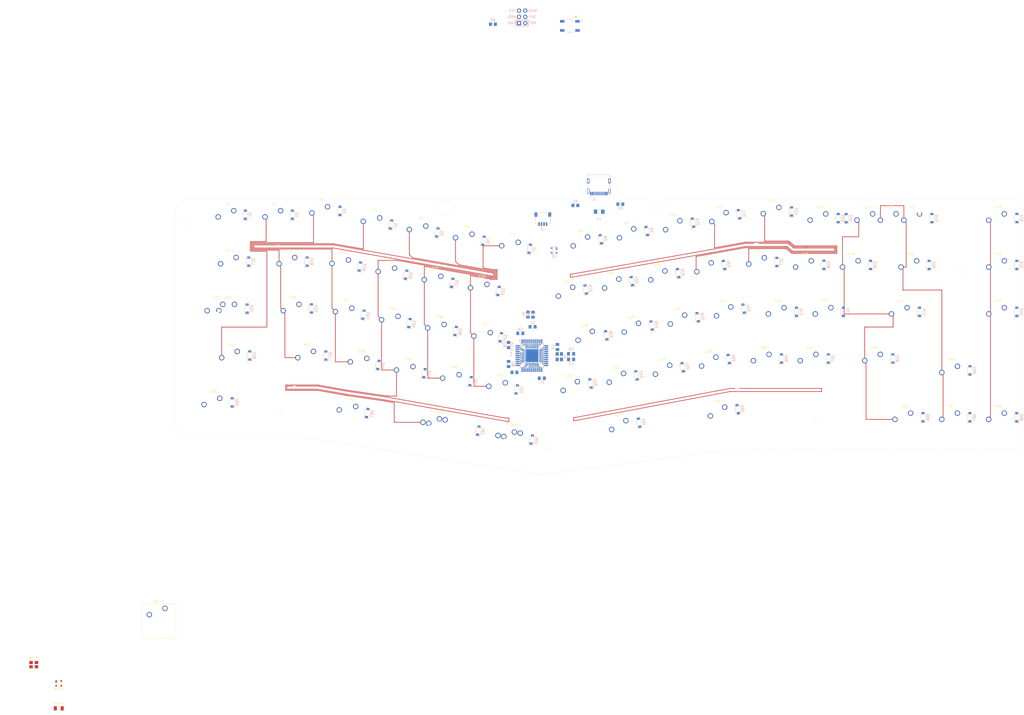
<source format=kicad_pcb>
(kicad_pcb (version 20211014) (generator pcbnew)
  (layers (0 "F.Cu" signal) (31 "B.Cu" signal) (34 "B.Paste" user) (35 "F.Paste" user) (36 "B.SilkS" user "B.Silkscreen") (37 "F.SilkS" user "F.Silkscreen") (38 "B.Mask" user) (39 "F.Mask" user) (44 "Edge.Cuts" user))
  (net 0 "")
  (net 1 "Net-(C1-Pad1)")
  (net 2 "GND")
  (net 3 "XTAL1")
  (net 4 "+5V")
  (net 5 "XTAL2")
  (net 7 "ROW0")
  (net 8 "Net-(D1-Pad2)")
  (net 10 "Net-(D2-Pad2)")
  (net 11 "Net-(D3-Pad2)")
  (net 12 "Net-(D4-Pad2)")
  (net 13 "Net-(D5-Pad2)")
  (net 14 "Net-(D6-Pad2)")
  (net 15 "Net-(D7-Pad2)")
  (net 16 "Net-(D9-Pad2)")
  (net 17 "Net-(D10-Pad2)")
  (net 18 "Net-(D11-Pad2)")
  (net 19 "Net-(D12-Pad2)")
  (net 20 "Net-(D13-Pad2)")
  (net 21 "Net-(D14-Pad2)")
  (net 22 "Net-(D15-Pad2)")
  (net 23 "Net-(D16-Pad2)")
  (net 24 "ROW1")
  (net 25 "Net-(D17-Pad2)")
  (net 26 "Net-(D19-Pad2)")
  (net 27 "Net-(D20-Pad2)")
  (net 28 "Net-(D22-Pad2)")
  (net 29 "Net-(D23-Pad2)")
  (net 30 "Net-(D24-Pad2)")
  (net 31 "Net-(D25-Pad2)")
  (net 32 "Net-(D26-Pad2)")
  (net 33 "Net-(D28-Pad2)")
  (net 34 "Net-(D29-Pad2)")
  (net 35 "Net-(D31-Pad2)")
  (net 36 "ROW 2")
  (net 37 "Net-(D34-Pad2)")
  (net 38 "Net-(D35-Pad2)")
  (net 39 "Net-(D38-Pad2)")
  (net 40 "Net-(D39-Pad2)")
  (net 41 "Net-(D41-Pad2)")
  (net 42 "Net-(D42-Pad2)")
  (net 43 "Net-(D43-Pad2)")
  (net 44 "Net-(D44-Pad2)")
  (net 45 "Net-(D45-Pad2)")
  (net 46 "ROW3")
  (net 47 "Net-(D46-Pad2)")
  (net 48 "Net-(D48-Pad2)")
  (net 49 "Net-(D49-Pad2)")
  (net 50 "Net-(D51-Pad2)")
  (net 51 "Net-(D53-Pad2)")
  (net 52 "Net-(D54-Pad2)")
  (net 53 "Net-(D56-Pad2)")
  (net 54 "Net-(D57-Pad2)")
  (net 55 "Net-(D58-Pad2)")
  (net 56 "Net-(D59-Pad2)")
  (net 57 "ROW4")
  (net 58 "Net-(D60-Pad2)")
  (net 59 "Net-(D61-Pad2)")
  (net 60 "Net-(D64-Pad2)")
  (net 61 "Net-(D65-Pad2)")
  (net 62 "Net-(D66-Pad2)")
  (net 63 "Net-(D68-Pad2)")
  (net 64 "VCC")
  (net 65 "Net-(J1-PadA7)")
  (net 66 "Net-(J1-PadA6)")
  (net 67 "Net-(J1-PadB5)")
  (net 68 "Net-(J1-PadA5)")
  (net 69 "MISO")
  (net 70 "SCK")
  (net 71 "MOSI")
  (net 72 "RESET")
  (net 73 "COL0")
  (net 74 "COL1")
  (net 75 "COL2")
  (net 76 "COL3")
  (net 77 "COL4")
  (net 78 "COL5")
  (net 79 "COL6")
  (net 80 "COL7")
  (net 81 "COL8")
  (net 82 "COL9")
  (net 83 "COL10")
  (net 84 "COL11")
  (net 85 "COL12")
  (net 86 "COL13")
  (net 87 "COL14")
  (net 88 "COL15")
  (net 89 "D-")
  (net 90 "D+")
  (net 91 "Net-(R6-Pad1)")
  (net 95 "Net-(D8-Pad2)")
  (net 96 "Net-(D18-Pad2)")
  (net 97 "Net-(D21-Pad2)")
  (net 98 "Net-(D27-Pad2)")
  (net 99 "Net-(D30-Pad2)")
  (net 100 "Net-(D33-Pad2)")
  (net 101 "Net-(D36-Pad2)")
  (net 102 "Net-(D37-Pad2)")
  (net 103 "Net-(D40-Pad2)")
  (net 104 "Net-(D47-Pad2)")
  (net 105 "Net-(D50-Pad2)")
  (net 106 "Net-(D52-Pad2)")
  (net 107 "Net-(D55-Pad2)")
  (net 108 "Net-(D62-Pad2)")
  (net 109 "Net-(D63-Pad2)")
  (net 110 "Net-(D67-Pad2)")
  (net 111 "Net-(D32-Pad2)")
  (footprint "Keyboard Component:SW_Cherry_MX_1.00u_PCB" (layer "F.Cu") (at 114.697955 -99.191389 10)
    (fp_text reference "K40")
    (fp_text value "k")
  )
  (footprint "Fuse:Fuse_1206_3216Metric" (layer "F.Cu") (at -139.7 60.64)
    (fp_text reference "REF**")
    (fp_text value "Fuse_1206_3216Metric")
  )
  (footprint "Keyboard Component:SW_Cherry_MX_1.00u_PCB" (layer "F.Cu") (at 244.627676 -121.25905)
    (fp_text reference "K31")
    (fp_text value "macro 2")
  )
  (footprint "Keyboard Component:SW_Cherry_MX_1.00u_PCB" (layer "F.Cu") (at 108.625955 -78.777039 10)
    (fp_text reference "K54")
    (fp_text value "m")
  )
  (footprint "Keyboard Component:SW_Cherry_MX_1.00u_PCB" (layer "F.Cu") (at -42.073974 -103.54165)
    (fp_text reference "K33")
    (fp_text value "a")
  )
  (footprint "Keyboard Component:SW_Cherry_MX_2.25u_PCB" (layer "F.Cu") (at 17.370361 -56.60978 -10)
    (fp_text reference "K62")
    (fp_text value "space left")
  )
  (footprint "Keyboard Component:SW_Cherry_MX_1.00u_PCB" (layer "F.Cu") (at 15.570221 -114.967982 -10)
    (fp_text reference "K21")
    (fp_text value "r")
  )
  (footprint "Keyboard Component:SW_Cherry_MX_1.00u_PCB" (layer "F.Cu") (at 244.627676 -140.3078)
    (fp_text reference "K16")
    (fp_text value "macro1")
  )
  (footprint "Keyboard Component:SW_Cherry_MX_1.00u_PCB" (layer "F.Cu") (at 28.25797 -132.074482 -10)
    (fp_text reference "K6")
    (fp_text value "5")
  )
  (footprint "Keyboard Component:SW_Cherry_MX_2.00u_PCB" (layer "F.Cu") (at 200.623179 -140.307771)
    (fp_text reference "K69")
    (fp_text value "backspace")
  )
  (footprint "Keyboard Component:SW_Cherry_MX_1.00u_PCB" (layer "F.Cu") (at -14.497029 -81.581957 -10)
    (fp_text reference "K48")
    (fp_text value "x")
  )
  (footprint "Keyboard Component:SW_Cherry_MX_1.00u_PCB" (layer "F.Cu") (at -49.504374 -141.6418)
    (fp_text reference "K2")
    (fp_text value "1")
  )
  (footprint "Keyboard Component:SW_Cherry_MX_2.00u_PCB" (layer "F.Cu") (at 15.025287 -57.02328 -10)
    (fp_text reference "K70")
    (fp_text value "space left 2")
  )
  (footprint "Keyboard Component:SW_Cherry_MX_1.00u_PCB" (layer "F.Cu") (at 191.098179 -140.307771)
    (fp_text reference "K14")
    (fp_text value "~")
  )
  (footprint "Keyboard Component:SW_Cherry_MX_1.50u_PCB" (layer "F.Cu") (at 130.963844 -61.799621 10)
    (fp_text reference "K65")
    (fp_text value "ctrl right")
  )
  (footprint "Keyboard Component:SW_Cherry_MX_1.00u_PCB" (layer "F.Cu") (at 148.997176 -83.20835)
    (fp_text reference "K56")
    (fp_text value ".")
  )
  (footprint "Keyboard Component:SW_Cherry_MX_1.00u_PCB" (layer "F.Cu") (at 71.104955 -72.16124 10)
    (fp_text reference "K52")
    (fp_text value "fn")
  )
  (footprint "Crystal:Crystal_SMD_3225-4Pin_3.2x2.5mm" (layer "F.Cu") (at -149.86 42.86)
    (fp_text reference "REF**")
    (fp_text value "Crystal_SMD_3225-4Pin_3.2x2.5mm")
  )
  (footprint "Keyboard Component:SW_Cherry_MX_1.00u_PCB" (layer "F.Cu") (at -30.454374 -143.2293)
    (fp_text reference "K3")
    (fp_text value "2")
  )
  (footprint "Keyboard Component:SW_Cherry_MX_1.00u_PCB" (layer "F.Cu") (at 16.95272 -95.380857 -10)
    (fp_text reference "K36")
    (fp_text value "f")
  )
  (footprint "Keyboard Component:SW_Cherry_MX_1.00u_PCB" (layer "F.Cu") (at 35.71297 -92.072507 -10)
    (fp_text reference "K37")
    (fp_text value "g")
  )
  (footprint "Keyboard Component:SW_Cherry_MX_1.00u_PCB" (layer "F.Cu") (at 147.092176 -122.47735)
    (fp_text reference "K27")
    (fp_text value "p")
  )
  (footprint "Keyboard Component:SW_Cherry_MX_2.75u_PCB" (layer "F.Cu") (at 90.828205 -56.295065 10)
    (fp_text reference "K64")
    (fp_text value "space right")
  )
  (footprint "Keyboard Component:SW_Cherry_MX_1.00u_PCB" (layer "F.Cu") (at 41.785221 -71.657957 -10)
    (fp_text reference "K51")
    (fp_text value "b")
  )
  (footprint "Keyboard Component:SW_Cherry_MX_1.00u_PCB" (layer "F.Cu") (at -68.554374 -141.6418)
    (fp_text reference "K1")
    (fp_text value "esc")
  )
  (footprint "Keyboard Component:SW_Cherry_MX_1.00u_PCB" (layer "F.Cu") (at 34.330721 -111.659957 -10)
    (fp_text reference "K22")
    (fp_text value "t")
  )
  (footprint "Keyboard Component:SW_Cherry_MX_1.00u_PCB" (layer "F.Cu") (at 131.533455 -140.848189 10)
    (fp_text reference "K11")
    (fp_text value "0")
  )
  (footprint "Keyboard Component:SW_Cherry_MX_1.00u_PCB" (layer "F.Cu") (at -1.808279 -98.688157 -10)
    (fp_text reference "K35")
    (fp_text value "d")
  )
  (footprint "Keyboard Component:SW_Cherry_MX_1.00u_PCB" (layer "F.Cu") (at -43.788824 -122.59165)
    (fp_text reference "K18")
    (fp_text value "q")
  )
  (footprint "Keyboard Component:SW_Cherry_MX_2.25u_PCB" (layer "F.Cu") (at 205.098676 -102.20905)
    (fp_text reference "K44")
    (fp_text value "enter")
  )
  (footprint "Keyboard Component:SW_Cherry_MX_1.00u_PCB" (layer "F.Cu") (at 23.02447 -74.965957 -10)
    (fp_text reference "K50")
    (fp_text value "v")
  )
  (footprint "Keyboard Component:SW_Cherry_MX_1.00u_PCB" (layer "F.Cu") (at -20.56883 -101.996857 -10)
    (fp_text reference "K34")
    (fp_text value "s")
  )
  (footprint "Keyboard Component:SW_Cherry_MX_1.00u_PCB" (layer "F.Cu") (at 125.460955 -120.43374 10)
    (fp_text reference "K26")
    (fp_text value "o")
  )
  (footprint "Keyboard Component:SW_Cherry_MX_1.00u_PCB" (layer "F.Cu") (at 112.772455 -137.539589 10)
    (fp_text reference "K10")
    (fp_text value "9")
  )
  (footprint "Keyboard Component:SW_Cherry_MX_1.00u_PCB" (layer "F.Cu") (at 47.856316 -51.234284 -10)
    (fp_text reference "K63")
    (fp_text value "code")
  )
  (footprint "Keyboard Component:SW_Cherry_MX_1.00u_PCB" (layer "F.Cu") (at 210.148179 -140.307771)
    (fp_text reference "K15")
    (fp_text value "split backspace")
  )
  (footprint "Keyboard Component:SW_Cherry_MX_1.00u_PCB" (layer "F.Cu") (at -3.19003 -118.276309 -10)
    (fp_text reference "K20")
    (fp_text value "e")
  )
  (footprint "Keyboard Component:SW_Cherry_MX_1.50u_PCB" (layer "F.Cu") (at -67.601324 -122.59165)
    (fp_text reference "K17")
    (fp_text value "tab")
  )
  (footprint "Button_Switch_Keyboard:SW_Cherry_MX_2.75u_PCB" (layer "F.Cu") (at -96.52 20)
    (fp_text reference "REF**")
    (fp_text value "SW_Cherry_MX_2.75u_PCB")
  )
  (footprint "Keyboard Component:SW_Cherry_MX_1.00u_PCB" (layer "F.Cu") (at 47.01997 -128.766557 -10)
    (fp_text reference "K7")
    (fp_text value "6")
  )
  (footprint "Keyboard Component:SW_Cherry_MX_1.00u_PCB" (layer "F.Cu") (at -21.95093 -121.583957 -10)
    (fp_text reference "K19")
    (fp_text value "w")
  )
  (footprint "Keyboard Component:SW_Cherry_MX_1.00u_PCB" (layer "F.Cu") (at 9.497971 -135.382457 -10)
    (fp_text reference "K5")
    (fp_text value "4")
  )
  (footprint "Keyboard Component:SW_Cherry_MX_1.00u_PCB" (layer "F.Cu") (at 87.939705 -113.81794 10)
    (fp_text reference "K24")
    (fp_text value "u")
  )
  (footprint "Keyboard Component:SW_Cherry_MX_1.00u_PCB" (layer "F.Cu") (at 166.142176 -121.25905)
    (fp_text reference "K28")
    (fp_text value "[")
  )
  (footprint "Keyboard Component:SW_Cherry_MX_1.00u_PCB" (layer "F.Cu") (at 225.577676 -59.34595)
    (fp_text reference "K67")
    (fp_text value "down")
  )
  (footprint "Keyboard Component:SW_Cherry_MX_1.00u_PCB" (layer "F.Cu") (at 225.577676 -78.39605)
    (fp_text reference "K59")
    (fp_text value "up")
  )
  (footprint "Keyboard Component:SW_Cherry_MX_1.00u_PCB" (layer "F.Cu") (at 75.251455 -130.923489 10)
    (fp_text reference "K8")
    (fp_text value "7")
  )
  (footprint "Keyboard Component:SW_Cherry_MX_1.00u_PCB" (layer "F.Cu") (at 94.012205 -134.23234 10)
    (fp_text reference "K9")
    (fp_text value "8")
  )
  (footprint "Keyboard Component:SW_Cherry_MX_1.00u_PCB" (layer "F.Cu") (at 95.937705 -95.884115 10)
    (fp_text reference "K39")
    (fp_text value "j")
  )
  (footprint "Keyboard Component:SW_Cherry_MX_1.00u_PCB" (layer "F.Cu") (at 4.264721 -78.273957 -10)
    (fp_text reference "K49")
    (fp_text value "c")
  )
  (footprint "Keyboard Component:SW_Cherry_MX_1.00u_PCB" (layer "F.Cu") (at 174.142676 -102.20905)
    (fp_text reference "K43")
    (fp_text value "'")
  )
  (footprint "Keyboard Component:SW_Cherry_MX_1.00u_PCB" (layer "F.Cu") (at -36.168481 -84.421009)
    (fp_text reference "K47")
    (fp_text value "z")
  )
  (footprint "Keyboard Component:SW_Cherry_MX_1.75u_PCB" (layer "F.Cu") (at 194.240926 -83.20835)
    (fp_text reference "K58")
    (fp_text value "shift right")
  )
  (footprint "Keyboard Component:SW_Cherry_MX_1.00u_PCB" (layer "F.Cu") (at 185.192176 -121.25905)
    (fp_text reference "K29")
    (fp_text value "]")
  )
  (footprint "Keyboard Component:SW_Cherry_MX_1.00u_PCB" (layer "F.Cu") (at 69.179455 -110.50924 10)
    (fp_text reference "K23")
    (fp_text value "y")
  )
  (footprint "Keyboard Component:SW_Cherry_MX_1.25u_PCB" (layer "F.Cu") (at 45.511242 -51.647784 -10)
    (fp_text reference "K71")
    (fp_text value "code 2")
  )
  (footprint "Keyboard Component:SW_Cherry_MX_1.50u_PCB" (layer "F.Cu") (at -19.007412 -62.04859 -10)
    (fp_text reference "K61")
    (fp_text value "alt right")
  )
  (footprint "Keyboard Component:SW_Cherry_MX_1.00u_PCB" (layer "F.Cu") (at 244.627676 -102.20905)
    (fp_text reference "K45")
    (fp_text value "macro 3")
  )
  (footprint "Keyboard Component:SW_Cherry_MX_1.00u_PCB" (layer "F.Cu") (at 155.092676 -102.20905)
    (fp_text reference "K42")
    (fp_text value ";")
  )
  (footprint "Keyboard Component:SW_Cherry_MX_1.00u_PCB" (layer "F.Cu") (at 106.699705 -117.125464 10)
    (fp_text reference "K25")
    (fp_text value "i")
  )
  (footprint "Keyboard Component:SW_Cherry_MX_1.75u_PCB" (layer "F.Cu") (at -68.268531 -103.541309)
    (fp_text reference "K32")
    (fp_text value "Caps")
  )
  (footprint "Keyboard Component:SW_Cherry_MX_1.00u_PCB" (layer "F.Cu") (at 77.176955 -92.575414 10)
    (fp_text reference "K38")
    (fp_text value "h")
  )
  (footprint "Keyboard Component:SW_Cherry_MX_2.25u_PCB" (layer "F.Cu") (at -67.133385 -84.420954)
    (fp_text reference "K46")
    (fp_text value "shift")
  )
  (footprint "Keyboard Component:SW_Cherry_MX_1.00u_PCB" (layer "F.Cu") (at 244.627676 -59.34595)
    (fp_text reference "K68")
    (fp_text value "right")
  )
  (footprint "Keyboard Component:SW_Cherry_MX_1.50u_PCB" (layer "F.Cu") (at 209.005676 -121.25905)
    (fp_text reference "K30")
    (fp_text value "\\")
  )
  (footprint "Keyboard Component:SW_Cherry_MX_1.00u_PCB" (layer "F.Cu") (at 168.047176 -83.20835)
    (fp_text reference "K57")
    (fp_text value "/")
  )
  (footprint "random-keyboard-parts:SOT143B" (layer "F.Cu") (at -139.7 50.48)
    (fp_text reference "REF**")
    (fp_text value "SOT143B")
  )
  (footprint "Keyboard Component:SW_Cherry_MX_1.00u_PCB" (layer "F.Cu") (at 206.527676 -59.34595)
    (fp_text reference "K66")
    (fp_text value "left")
  )
  (footprint "Keyboard Component:SW_Cherry_MX_1.00u_PCB" (layer "F.Cu") (at 133.459205 -102.50009 10)
    (fp_text reference "K41")
    (fp_text value "l")
  )
  (footprint "Keyboard Component:SW_Cherry_MX_1.00u_PCB" (layer "F.Cu") (at 152.997676 -142.9758)
    (fp_text reference "K12")
    (fp_text value "-")
  )
  (footprint "Keyboard Component:SW_Cherry_MX_1.50u_PCB" (layer "F.Cu") (at -74.269024 -65.3705)
    (fp_text reference "K60")
    (fp_text value "ctrl left")
  )
  (footprint "Keyboard Component:SW_Cherry_MX_1.00u_PCB" (layer "F.Cu") (at -9.262529 -138.690557 -10)
    (fp_text reference "K4")
    (fp_text value "3")
  )
  (footprint "Keyboard Component:SW_Cherry_MX_1.75u_PCB" (layer "F.Cu") (at -73.031031 -103.541309)
    (fp_text reference "K72")
    (fp_text value "Caps steped")
  )
  (footprint "Keyboard Component:SW_Cherry_MX_1.00u_PCB" (layer "F.Cu") (at 89.865455 -75.469139 10)
    (fp_text reference "K53")
    (fp_text value "n")
  )
  (footprint "Keyboard Component:SW_Cherry_MX_1.00u_PCB" (layer "F.Cu") (at 127.386455 -82.085039 10)
    (fp_text reference "K55")
    (fp_text value ",")
  )
  (footprint "Keyboard Component:SW_Cherry_MX_1.00u_PCB" (layer "F.Cu") (at 172.047676 -140.3078)
    (fp_text reference "K13")
    (fp_text value "=")
  )
  (footprint "Keyboard Component:HRO_TYPE-C-31-M-12" (layer "B.Cu") (at 79.842499 -153.7)
    (fp_text reference "J1")
    (fp_text value "TYPE-C-31-M-12")
  )
  (footprint "Diode_SMD:D_SOD-123" (layer "B.Cu") (at 21.621348 -92.756204 80)
    (fp_text reference "D36")
    (fp_text value "D")
  )
  (footprint "Connector_JST:JST_SH_SM04B-SRSS-TB_1x04-1MP_P1.00mm_Horizontal" (layer "B.Cu") (at 57.052 -138.183)
    (fp_text reference "J3")
    (fp_text value "Connector_Generic_Conn_01x04")
  )
  (footprint "Resistor_SMD:R_0805_2012Metric_Pad1.20x1.40mm_HandSolder" (layer "B.Cu") (at 70.276 -143.771 180)
    (fp_text reference "R1")
    (fp_text value "5.1k")
  )
  (footprint "Diode_SMD:D_SOD-123" (layer "B.Cu") (at 230.653856 -76.760233 90)
    (fp_text reference "D59")
    (fp_text value "D")
  )
  (footprint "Diode_SMD:D_SOD-123" (layer "B.Cu") (at 95.11821 -74.713674 100)
    (fp_text reference "D53")
    (fp_text value "D")
  )
  (footprint "random-keyboard-parts:SOT143B" (layer "B.Cu") (at 61.624 -125.483 180)
    (fp_text reference "U2")
    (fp_text value "PRTR5V0U2X")
  )
  (footprint "Diode_SMD:D_SOD-123" (layer "B.Cu") (at -44.761348 -140.003562 90)
    (fp_text reference "D2")
    (fp_text value "D")
  )
  (footprint "Diode_SMD:D_SOD-123" (layer "B.Cu") (at 136.796915 -140.190446 100)
    (fp_text reference "D11")
    (fp_text value "D")
  )
  (footprint "Diode_SMD:D_SOD-123" (layer "B.Cu") (at -31.136177 -82.76247 90)
    (fp_text reference "D47")
    (fp_text value "D")
  )
  (footprint "Diode_SMD:D_SOD-123" (layer "B.Cu") (at 112.022091 -116.253132 100)
    (fp_text reference "D25")
    (fp_text value "D")
  )
  (footprint "Diode_SMD:D_SOD-123" (layer "B.Cu") (at -37.015352 -101.912734 90)
    (fp_text reference "D33")
    (fp_text value "D")
  )
  (footprint "Diode_SMD:D_SOD-123" (layer "B.Cu") (at 118.068062 -136.770762 100)
    (fp_text reference "D10")
    (fp_text value "D")
  )
  (footprint "Diode_SMD:D_SOD-123" (layer "B.Cu") (at 20.222443 -112.324135 80)
    (fp_text reference "D21")
    (fp_text value "D")
  )
  (footprint "Diode_SMD:D_SOD-123" (layer "B.Cu") (at -62.475145 -120.943232 90)
    (fp_text reference "D17")
    (fp_text value "D")
  )
  (footprint "Diode_SMD:D_SOD-123" (layer "B.Cu") (at 249.687468 -119.593244 90)
    (fp_text reference "D31")
    (fp_text value "D")
  )
  (footprint "Diode_SMD:D_SOD-123" (layer "B.Cu") (at -9.788349 -78.958573 80)
    (fp_text reference "D48")
    (fp_text value "D")
  )
  (footprint "Diode_SMD:D_SOD-123" (layer "B.Cu") (at 249.655236 -57.682763 90)
    (fp_text reference "D68")
    (fp_text value "D")
  )
  (footprint "Diode_SMD:D_SOD-123" (layer "B.Cu") (at 39.041486 -109.032031 80)
    (fp_text reference "D22")
    (fp_text value "D")
  )
  (footprint "Keyboard Component:QFP80P1200X1200X120-44N" (layer "B.Cu") (at 52.60925 -82.716656 -90)
    (fp_text reference "REF**")
    (fp_text value "QFP80P1200X1200X120-44N")
  )
  (footprint "Diode_SMD:D_SOD-123" (layer "B.Cu") (at 119.994109 -98.346268 100)
    (fp_text reference "D40")
    (fp_text value "D")
  )
  (footprint "Diode_SMD:D_SOD-123" (layer "B.Cu") (at 39.96675 -90.202906 80)
    (fp_text reference "D37")
    (fp_text value "D")
  )
  (footprint "Diode_SMD:D_SOD-123" (layer "B.Cu") (at 101.258393 -94.972289 100)
    (fp_text reference "D39")
    (fp_text value "D")
  )
  (footprint "Diode_SMD:D_SOD-123" (layer "B.Cu") (at -25.425 -141.575 90)
    (fp_text reference "D3")
    (fp_text value "D")
  )
  (footprint "Diode_SMD:D_SOD-123" (layer "B.Cu") (at 154.050882 -81.562059 90)
    (fp_text reference "D56")
    (fp_text value "D")
  )
  (footprint "Diode_SMD:D_SOD-123" (layer "B.Cu") (at -4.65 -136.025 80)
    (fp_text reference "D4")
    (fp_text value "D")
  )
  (footprint "Diode_SMD:D_SOD-123" (layer "B.Cu") (at 27.715914 -72.345265 80)
    (fp_text reference "D50")
    (fp_text value "D")
  )
  (footprint "Diode_SMD:D_SOD-123" (layer "B.Cu") (at 211.568238 -57.687616 90)
    (fp_text reference "D66")
    (fp_text value "D")
  )
  (footprint "Diode_SMD:D_SOD-123" (layer "B.Cu") (at 136.258424 -60.958127 100)
    (fp_text reference "D65")
    (fp_text value "D")
  )
  (footprint "Diode_SMD:D_SOD-123" (layer "B.Cu") (at 130.685906 -119.581968 100)
    (fp_text reference "D26")
    (fp_text value "D")
  )
  (footprint "Diode_SMD:D_SOD-123" (layer "B.Cu") (at -38.739626 -120.959348 90)
    (fp_text reference "D18")
    (fp_text value "D")
  )
  (footprint "Diode_SMD:D_SOD-123" (layer "B.Cu") (at 152.158287 -120.810365 90)
    (fp_text reference "D27")
    (fp_text value "D")
  )
  (footprint "random-keyboard-parts:Reset_Pretty" (layer "B.Cu") (at 48.630176 -220.41595 180)
    (fp_text reference "J2")
    (fp_text value "AVR-ISP-6")
  )
  (footprint "Diode_SMD:D_SOD-123" (layer "B.Cu") (at -63.118112 -101.818609 90)
    (fp_text reference "D32")
    (fp_text value "D")
  )
  (footprint "Diode_SMD:D_SOD-123" (layer "B.Cu") (at 93.238364 -113.012038 100)
    (fp_text reference "D24")
    (fp_text value "D")
  )
  (footprint "Diode_SMD:D_SOD-123" (layer "B.Cu") (at 74.468457 -109.621662 100)
    (fp_text reference "D23")
    (fp_text value "D")
  )
  (footprint "Diode_SMD:D_SOD-123" (layer "B.Cu") (at 158.130184 -141.32402 90)
    (fp_text reference "D12")
    (fp_text value "D")
  )
  (footprint "Diode_SMD:D_SOD-123" (layer "B.Cu") (at 171.28806 -119.651986 90)
    (fp_text reference "D28")
    (fp_text value "D")
  )
  (footprint "Diode_SMD:D_SOD-123" (layer "B.Cu") (at 99.298155 -133.396765 100)
    (fp_text reference "D9")
    (fp_text value "D")
  )
  (footprint "Diode_SMD:D_SOD-123" (layer "B.Cu") (at 138.694412 -101.830234 100)
    (fp_text reference "D41")
    (fp_text value "D")
  )
  (footprint "Diode_SMD:D_SOD-123" (layer "B.Cu") (at 52.526775 -48.607502 80)
    (fp_text reference "D63")
    (fp_text value "D")
  )
  (footprint "Capacitor_SMD:C_0805_2012Metric_Pad1.18x1.45mm_HandSolder" (layer "B.Cu") (at 56.6355 -73.534156)
    (fp_text reference "C4")
    (fp_text value "100nF")
  )
  (footprint "Diode_SMD:D_SOD-123" (layer "B.Cu") (at 199.305001 -81.562059 90)
    (fp_text reference "D58")
    (fp_text value "D")
  )
  (footprint "Diode_SMD:D_SOD-123" (layer "B.Cu") (at 76.433429 -71.417089 100)
    (fp_text reference "D52")
    (fp_text value "D")
  )
  (footprint "Diode_SMD:D_SOD-123" (layer "B.Cu") (at 210.143034 -100.553552 90)
    (fp_text reference "D44")
    (fp_text value "D")
  )
  (footprint "Diode_SMD:D_SOD-123" (layer "B.Cu") (at 173.089709 -81.5475 90)
    (fp_text reference "D57")
    (fp_text value "D")
  )
  (footprint "Diode_SMD:D_SOD-123" (layer "B.Cu") (at 160.146882 -100.576441 90)
    (fp_text reference "D42")
    (fp_text value "D")
  )
  (footprint "Diode_SMD:D_SOD-123" (layer "B.Cu") (at 96.163328 -55.471024 100)
    (fp_text reference "D64")
    (fp_text value "D")
  )
  (footprint "Diode_SMD:D_SOD-123" (layer "B.Cu") (at 82.82925 -90.996656 100)
    (fp_text reference "D38")
    (fp_text value "D")
  )
  (footprint "Diode_SMD:D_SOD-123" (layer "B.Cu") (at 113.902766 -78.036734 100)
    (fp_text reference "D54")
    (fp_text value "D")
  )
  (footprint "Capacitor_SMD:C_0805_2012Metric_Pad1.18x1.45mm_HandSolder" (layer "B.Cu") (at 68.54175 -81.179156)
    (fp_text reference "C2")
    (fp_text value "22p")
  )
  (footprint "Diode_SMD:D_SOD-123" (layer "B.Cu") (at -14.33268 -59.390415 80)
    (fp_text reference "D61")
    (fp_text value "D")
  )
  (footprint "Diode_SMD:D_SOD-123" (layer "B.Cu") (at 14.188481 -132.800067 80)
    (fp_text reference "D5")
    (fp_text value "D")
  )
  (footprint "Diode_SMD:D_SOD-123" (layer "B.Cu") (at 177.129392 -138.637925 90)
    (fp_text reference "D13")
    (fp_text value "D")
  )
  (footprint "Diode_SMD:D_SOD-123" (layer "B.Cu") (at 180.37236 -138.605168 90)
    (fp_text reference "D14")
    (fp_text value "D")
  )
  (footprint "Diode_SMD:D_SOD-123" (layer "B.Cu") (at 179.203383 -100.551995 90)
    (fp_text reference "D43")
    (fp_text value "D")
  )
  (footprint "Diode_SMD:D_SOD-123" (layer "B.Cu") (at 8.945917 -75.578364 80)
    (fp_text reference "D49")
    (fp_text value "D")
  )
  (footprint "Crystal:Crystal_SMD_3225-4Pin_3.2x2.5mm" (layer "B.Cu") (at 63.77925 -82.299156 90)
    (fp_text reference "Y1")
    (fp_text value "Crystal_GND24_Small")
  )
  (footprint "Resistor_SMD:R_0805_2012Metric_Pad1.20x1.40mm_HandSolder" (layer "B.Cu") (at 51.025211 -99.389297 -90)
    (fp_text reference "R4")
    (fp_text value "22")
  )
  (footprint "Diode_SMD:D_SOD-123" (layer "B.Cu") (at 215.193322 -138.637925 90)
    (fp_text reference "D15")
    (fp_text value "D")
  )
  (footprint "Resistor_SMD:R_0805_2012Metric_Pad1.20x1.40mm_HandSolder" (layer "B.Cu") (at 53.057092 -99.373297 -90)
    (fp_text reference "R5")
    (fp_text value "22")
  )
  (footprint "Diode_SMD:D_SOD-123" (layer "B.Cu") (at 51.713481 -126.175067 80)
    (fp_text reference "D7")
    (fp_text value "D")
  )
  (footprint "Diode_SMD:D_SOD-123" (layer "B.Cu") (at 249.720751 -138.657717 90)
    (fp_text reference "D16")
    (fp_text value "D")
  )
  (footprint "Diode_SMD:D_SOD-123" (layer "B.Cu") (at 230.603588 -57.682763 90)
    (fp_text reference "D67")
    (fp_text value "D")
  )
  (footprint "Diode_SMD:D_SOD-123" (layer "B.Cu") (at 30.817897 -52.261248 80)
    (fp_text reference "D62")
    (fp_text value "D")
  )
  (footprint "Capacitor_SMD:C_0805_2012Metric_Pad1.18x1.45mm_HandSolder" (layer "B.Cu") (at 47.90425 -91.790406 180)
    (fp_text reference "C6")
    (fp_text value "100nF")
  )
  (footprint "Resistor_SMD:R_0805_2012Metric_Pad1.20x1.40mm_HandSolder" (layer "B.Cu") (at 88.548 -144.279)
    (fp_text reference "R2")
    (fp_text value "5.1k")
  )
  (footprint "Capacitor_SMD:C_0805_2012Metric_Pad1.18x1.45mm_HandSolder" (layer "B.Cu") (at 43.14175 -87.027906 -90)
    (fp_text reference "C8")
    (fp_text value "10uF")
  )
  (footprint "Fuse:Fuse_1206_3216Metric_Pad1.42x1.75mm_HandSolder" (layer "B.Cu") (at 79.9485 -141.231)
    (fp_text reference "F1")
    (fp_text value "500m")
  )
  (footprint "Diode_SMD:D_SOD-123" (layer "B.Cu") (at 46.455236 -69.007647 80)
    (fp_text reference "D51")
    (fp_text value "D")
  )
  (footprint "Diode_SMD:D_SOD-123" (layer "B.Cu") (at 249.685911 -100.550438 90)
    (fp_text reference "D45")
    (fp_text value "D")
  )
  (footprint "Capacitor_SMD:C_0805_2012Metric_Pad1.18x1.45mm_HandSolder" (layer "B.Cu") (at 62.9855 -86.234156 -90)
    (fp_text reference "C3")
    (fp_text value "100nF")
  )
  (footprint "Diode_SMD:D_SOD-123" (layer "B.Cu") (at -63.858827 -140.003562 90)
    (fp_text reference "D1")
    (fp_text value "D")
  )
  (footprint "Diode_SMD:D_SOD-123" (layer "B.Cu") (at -15.875896 -99.394572 80)
    (fp_text reference "D34")
    (fp_text value "D")
  )
  (footprint "Diode_SMD:D_SOD-123" (layer "B.Cu") (at -69.208616 -63.736825 90)
    (fp_text reference "D60")
    (fp_text value "D")
  )
  (footprint "Diode_SMD:D_SOD-123" (layer "B.Cu") (at -17.308085 -118.941328 80)
    (fp_text reference "D19")
    (fp_text value "D")
  )
  (footprint "Keyboard Component:SW_SKQGAFE010" (layer "B.Cu") (at 68.043926 -216.7497 180)
    (fp_text reference "S1")
    (fp_text value "SKQGAFE010")
  )
  (footprint "Diode_SMD:D_SOD-123" (layer "B.Cu") (at 32.913481 -129.425067 80)
    (fp_text reference "D6")
    (fp_text value "D")
  )
  (footprint "Resistor_SMD:R_0805_2012Metric_Pad1.20x1.40mm_HandSolder" (layer "B.Cu") (at 45.523 -75.915406 180)
    (fp_text reference "R6")
    (fp_text value "10k")
  )
  (footprint "Capacitor_SMD:C_0805_2012Metric_Pad1.18x1.45mm_HandSolder" (layer "B.Cu") (at 68.54175 -83.449156)
    (fp_text reference "C5")
    (fp_text value "22p")
  )
  (footprint "Diode_SMD:D_SOD-123" (layer "B.Cu") (at -62.082058 -82.796441 90)
    (fp_text reference "D46")
    (fp_text value "D")
  )
  (footprint "Resistor_SMD:R_0805_2012Metric_Pad1.20x1.40mm_HandSolder" (layer "B.Cu") (at 36.75925 -217.429156 180)
    (fp_text reference "R3")
    (fp_text value "10k")
  )
  (footprint "Diode_SMD:D_SOD-123" (layer "B.Cu") (at 132.633939 -81.351826 100)
    (fp_text reference "D55")
    (fp_text value "D")
  )
  (footprint "Diode_SMD:D_SOD-123" (layer "B.Cu") (at 2.851441 -95.966415 80)
    (fp_text reference "D35")
    (fp_text value "D")
  )
  (footprint "Capacitor_SMD:C_0805_2012Metric_Pad1.18x1.45mm_HandSolder" (layer "B.Cu") (at 43.14175 -79.334156 90)
    (fp_text reference "C7")
    (fp_text value "100nF")
  )
  (footprint "Package_DFN_QFN:QFN-44-1EP_7x7mm_P0.5mm_EP5.2x5.2mm" (layer "B.Cu") (at 52.60925 -82.716656 -90)
    (fp_text reference "U1")
    (fp_text value "ATmega32U4-M")
  )
  (footprint "Diode_SMD:D_SOD-123" (layer "B.Cu") (at 190.246796 -119.605381 90)
    (fp_text reference "D29")
    (fp_text value "D")
  )
  (footprint "Diode_SMD:D_SOD-123" (layer "B.Cu") (at 214.073923 -119.599134 90)
    (fp_text reference "D30")
    (fp_text value "D")
  )
  (footprint "Diode_SMD:D_SOD-123" (layer "B.Cu") (at 1.499572 -115.628734 80)
    (fp_text reference "D20")
    (fp_text value "D")
  )
  (footprint "Diode_SMD:D_SOD-123" (layer "B.Cu") (at 80.600427 -130.022242 100)
    (fp_text reference "D8")
    (fp_text value "D")
  )
  (footprint "Capacitor_SMD:C_0805_2012Metric_Pad1.18x1.45mm_HandSolder" (layer "B.Cu") (at 52.88925 -94.439156 180)
    (fp_text reference "C1")
    (fp_text value "1u")
  )
  (gr_line locked (start 139.57189 -127.235969) (end 125.332036 -124.68005) (layer "Edge.Cuts") (width 0.05))
  (gr_arc locked (start 133.198389 -69.271243) (mid 133.244296 -69.27767) (end 133.2906 -69.279819) (layer "Edge.Cuts") (width 0.05))
  (gr_line locked (start -59.762844 -127.626119) (end -28.261346 -127.62598) (layer "Edge.Cuts") (width 0.05))
  (gr_line (start 143.411523 -44.568119) (end 143.410141 -44.5695) (layer "Edge.Cuts") (width 0.05))
  (gr_circle locked (center 58.582052 -120.279236) (end 59.582052 -120.279236) (layer "Edge.Cuts") (width 0.05) (fill none))
  (gr_arc locked (start 125.330529 -124.679782) (mid 125.331282 -124.679916) (end 125.332036 -124.68005) (layer "Edge.Cuts") (width 0.05))
  (gr_arc (start 85.8125 -155.0125) (mid 86.87316 -154.57316) (end 87.3125 -153.5125) (layer "Edge.Cuts") (width 0.05))
  (gr_circle locked (center -48.917936 -59.279231) (end -47.917936 -59.279231) (layer "Edge.Cuts") (width 0.05) (fill none))
  (gr_arc locked (start 169.708066 -69.279819) (mid 170.208066 -68.779819) (end 169.708066 -68.279819) (layer "Edge.Cuts") (width 0.05))
  (gr_arc locked (start 42.740234 -57.077944) (mid 43.145814 -56.498716) (end 42.566586 -56.093136) (layer "Edge.Cuts") (width 0.05))
  (gr_line locked (start 159.01163 -126.292919) (end 174.967787 -126.292919) (layer "Edge.Cuts") (width 0.05))
  (gr_line (start 87.3125 -153.5125) (end 87.3125 -148.1125) (layer "Edge.Cuts") (width 0.05))
  (gr_line locked (start -6.22044 -65.710823) (end 42.740234 -57.077944) (layer "Edge.Cuts") (width 0.05))
  (gr_line locked (start 125.330529 -124.679782) (end 68.974181 -114.742321) (layer "Edge.Cuts") (width 0.05))
  (gr_line locked (start 139.527373 -128.235969) (end 156.470663 -128.235969) (layer "Edge.Cuts") (width 0.05))
  (gr_arc (start 247.612075 -146.6125) (mid 251.147609 -145.148034) (end 252.612075 -141.6125) (layer "Edge.Cuts") (width 0.05))
  (gr_circle locked (center 17.633633 -142.853308) (end 20.633632 -142.853308) (layer "Edge.Cuts") (width 0.05) (fill none))
  (gr_arc locked (start 139.439039 -128.228104) (mid 139.483031 -128.233999) (end 139.527373 -128.235969) (layer "Edge.Cuts") (width 0.05))
  (gr_line locked (start 125.155368 -125.664322) (end 139.439039 -128.228104) (layer "Edge.Cuts") (width 0.05))
  (gr_line (start 88.8125 -146.6125) (end 97.82808 -146.6125) (layer "Edge.Cuts") (width 0.05))
  (gr_line (start 206.096486 -44.514725) (end 205.956723 -44.512401) (layer "Edge.Cuts") (width 0.05))
  (gr_line (start 184.444636 -44.533168) (end 143.411523 -44.568119) (layer "Edge.Cuts") (width 0.05))
  (gr_arc (start 97.82808 -146.6125) (mid 99.501649 -146.044625) (end 100.484033 -144.575532) (layer "Edge.Cuts") (width 0.05))
  (gr_arc locked (start 156.470663 -128.235969) (mid 156.639396 -128.206638) (end 156.788332 -128.122086) (layer "Edge.Cuts") (width 0.05))
  (gr_arc locked (start 36.521324 -116.210757) (mid 36.926906 -115.631529) (end 36.347676 -115.22595) (layer "Edge.Cuts") (width 0.05))
  (gr_circle locked (center 167.760802 -57.177254) (end 168.760802 -57.177254) (layer "Edge.Cuts") (width 0.05) (fill none))
  (gr_circle locked (center 58.782052 -44.279236) (end 59.782052 -44.279236) (layer "Edge.Cuts") (width 0.05) (fill none))
  (gr_line (start -92.456925 -55.266825) (end -92.456925 -140.6125) (layer "Edge.Cuts") (width 0.05))
  (gr_line (start 184.616604 -44.529323) (end 184.444636 -44.533168) (layer "Edge.Cuts") (width 0.05))
  (gr_line locked (start 133.2906 -69.279819) (end 169.708066 -69.279819) (layer "Edge.Cuts") (width 0.05))
  (gr_line locked (start 133.337104 -68.279819) (end 70.362037 -56.463184) (layer "Edge.Cuts") (width 0.05))
  (gr_line (start 108.934792 -146.6125) (end 247.612075 -146.6125) (layer "Edge.Cuts") (width 0.05))
  (gr_arc locked (start 70.362037 -56.463184) (mid 69.778402 -56.862397) (end 70.177615 -57.446031) (layer "Edge.Cuts") (width 0.05))
  (gr_arc (start -86.455487 -49.266826) (mid -90.699057 -51.023676) (end -92.456925 -55.266825) (layer "Edge.Cuts") (width 0.05))
  (gr_arc locked (start -59.762849 -126.626119) (mid -60.262846 -127.126122) (end -59.762844 -127.626119) (layer "Edge.Cuts") (width 0.05))
  (gr_arc (start 106.278839 -144.575532) (mid 103.381436 -142.353385) (end 100.484033 -144.575532) (layer "Edge.Cuts") (width 0.05))
  (gr_line (start -86.456925 -146.6125) (end 70.872499 -146.6125) (layer "Edge.Cuts") (width 0.05))
  (gr_line locked (start -34.44209 -69.183672) (end -46.393423 -69.183672) (layer "Edge.Cuts") (width 0.05))
  (gr_line locked (start 169.708066 -68.279819) (end 133.337104 -68.279819) (layer "Edge.Cuts") (width 0.05))
  (gr_line (start 205.956723 -44.512401) (end 184.616604 -44.529323) (layer "Edge.Cuts") (width 0.05))
  (gr_line locked (start 174.967787 -125.292919) (end 158.832383 -125.292919) (layer "Edge.Cuts") (width 0.05))
  (gr_line (start 28.069384 -38.720009) (end -38.852428 -49.278234) (layer "Edge.Cuts") (width 0.05))
  (gr_arc locked (start 68.974181 -114.742321) (mid 68.394951 -115.147897) (end 68.800528 -115.727127) (layer "Edge.Cuts") (width 0.05))
  (gr_circle (center 112.7125 -173.0375) (end 112.7125 -173.0375) (layer "Edge.Cuts") (width 0.1) (fill none))
  (gr_line locked (start -6.234917 -65.713157) (end -6.22044 -65.710823) (layer "Edge.Cuts") (width 0.05))
  (gr_circle locked (center -87.91796 -136.27923) (end -86.91796 -136.27923) (layer "Edge.Cuts") (width 0.05) (fill none))
  (gr_line locked (start 36.347676 -115.22595) (end -28.305093 -126.62598) (layer "Edge.Cuts") (width 0.05))
  (gr_line locked (start 156.788332 -128.122086) (end 159.01163 -126.292919) (layer "Edge.Cuts") (width 0.05))
  (gr_arc locked (start -34.398346 -70.183672) (mid -34.354768 -70.181769) (end -34.311522 -70.176076) (layer "Edge.Cuts") (width 0.05))
  (gr_arc locked (start 158.832383 -125.292919) (mid 158.66365 -125.32225) (end 158.514714 -125.406802) (layer "Edge.Cuts") (width 0.05))
  (gr_circle locked (center 226.882046 -117.279242) (end 227.882046 -117.279242) (layer "Edge.Cuts") (width 0.05) (fill none))
  (gr_line locked (start 42.566586 -56.093136) (end -6.386864 -64.724741) (layer "Edge.Cuts") (width 0.05))
  (gr_arc (start 106.278839 -144.575532) (mid 107.261224 -146.044625) (end 108.934792 -146.6125) (layer "Edge.Cuts") (width 0.05))
  (gr_arc (start 72.372499 -148.1125) (mid 71.933159 -147.05184) (end 70.872499 -146.6125) (layer "Edge.Cuts") (width 0.05))
  (gr_circle (center 118.26875 -172.24375) (end 118.26875 -172.24375) (layer "Edge.Cuts") (width 0.1) (fill none))
  (gr_arc (start -92.456925 -140.6125) (mid -90.699566 -144.855141) (end -86.456925 -146.6125) (layer "Edge.Cuts") (width 0.05))
  (gr_arc (start 88.8125 -146.6125) (mid 87.75184 -147.05184) (end 87.3125 -148.1125) (layer "Edge.Cuts") (width 0.05))
  (gr_line (start 73.872499 -155.0125) (end 85.8125 -155.0125) (layer "Edge.Cuts") (width 0.05))
  (gr_line locked (start -22.607288 -67.096877) (end -34.44209 -69.183672) (layer "Edge.Cuts") (width 0.05))
  (gr_line locked (start 68.800528 -115.727127) (end 125.155368 -125.664322) (layer "Edge.Cuts") (width 0.05))
  (gr_line (start -38.852428 -49.278234) (end -86.455487 -49.266826) (layer "Edge.Cuts") (width 0.05))
  (gr_line (start 56.102934 -34.317898) (end 28.069384 -38.720009) (layer "Edge.Cuts") (width 0.05))
  (gr_line locked (start -6.386864 -64.724741) (end -22.59281 -67.094542) (layer "Edge.Cuts") (width 0.05))
  (gr_line (start 247.612075 -44.4795) (end 247.450779 -44.4795) (layer "Edge.Cuts") (width 0.05))
  (gr_arc locked (start -46.393423 -69.183672) (mid -46.893423 -69.683672) (end -46.393423 -70.183672) (layer "Edge.Cuts") (width 0.05))
  (gr_arc locked (start -28.261346 -127.62598) (mid -28.217769 -127.624077) (end -28.174524 -127.618384) (layer "Edge.Cuts") (width 0.05))
  (gr_line locked (start -28.305093 -126.62598) (end -59.762849 -126.626119) (layer "Edge.Cuts") (width 0.05))
  (gr_line locked (start -46.393423 -70.183672) (end -34.398346 -70.183672) (layer "Edge.Cuts") (width 0.05))
  (gr_line locked (start 158.514714 -125.406802) (end 156.291415 -127.235969) (layer "Edge.Cuts") (width 0.05))
  (gr_line locked (start -34.311522 -70.176076) (end -22.440862 -68.082958) (layer "Edge.Cuts") (width 0.05))
  (gr_line locked (start -22.440862 -68.082958) (end -6.234917 -65.713157) (layer "Edge.Cuts") (width 0.05))
  (gr_line (start 72.372499 -148.1125) (end 72.372499 -153.5125) (layer "Edge.Cuts") (width 0.05))
  (gr_line locked (start 156.291415 -127.235969) (end 139.57189 -127.235969) (layer "Edge.Cuts") (width 0.05))
  (gr_line (start 133.814455 -44.5695) (end 56.102934 -34.317898) (layer "Edge.Cuts") (width 0.05))
  (gr_line locked (start -28.174524 -127.618384) (end 36.521324 -116.210757) (layer "Edge.Cuts") (width 0.05))
  (gr_line (start 252.612075 -141.6125) (end 252.612075 -49.4795) (layer "Edge.Cuts") (width 0.05))
  (gr_line (start 247.450779 -44.4795) (end 206.096486 -44.514725) (layer "Edge.Cuts") (width 0.05))
  (gr_line (start 143.410141 -44.5695) (end 133.814455 -44.5695) (layer "Edge.Cuts") (width 0.05))
  (gr_arc (start 252.612075 -49.4795) (mid 251.147609 -45.943966) (end 247.612075 -44.4795) (layer "Edge.Cuts") (width 0.05))
  (gr_line locked (start 70.177615 -57.446031) (end 133.198389 -69.271243) (layer "Edge.Cuts") (width 0.05))
  (gr_line locked (start -22.59281 -67.094542) (end -22.607288 -67.096877) (layer "Edge.Cuts") (width 0.05))
  (gr_arc (start 72.372499 -153.5125) (mid 72.811839 -154.57316) (end 73.872499 -155.0125) (layer "Edge.Cuts") (width 0.05))
  (gr_arc locked (start 174.967787 -126.292919) (mid 175.467787 -125.792919) (end 174.967787 -125.292919) (layer "Edge.Cuts") (width 0.05))
  (segment (start 37.10425 -116.334156) (end 37.10425 -115.084156) (width 0.25) (layer "F.Cu") (net 0))
  (segment (start 158.395035 -125.343371) (end 156.246596 -127.110949) (width 0.25) (layer "F.Cu") (net 0))
  (segment (start -28.12075 -127.759156) (end -28.092456 -127.730862) (width 0.25) (layer "F.Cu") (net 0))
  (segment (start 175.65425 -126.434156) (end 175.65425 -125.159156) (width 0.25) (layer "F.Cu") (net 0))
  (segment (start 144.92925 -128.384156) (end 156.72925 -128.384156) (width 0.25) (layer "F.Cu") (net 0))
  (segment (start 69.57925 -57.559156) (end 69.579451 -57.559357) (width 0.25) (layer "F.Cu") (net 0))
  (segment (start 121.398994 -125.1289) (end 121.219517 -125.1289) (width 0.25) (layer "F.Cu") (net 0))
  (segment (start 42.007128 -57.334156) (end 43.27925 -57.334156) (width 0.25) (layer "F.Cu") (net 0))
  (segment (start 121.219517 -125.1289) (end 121.181094 -125.090477) (width 0.25) (layer "F.Cu") (net 0))
  (segment (start 37.10425 -115.084156) (end 36.37925 -115.084156) (width 0.25) (layer "F.Cu") (net 0))
  (segment (start 68.22925 -115.859156) (end 68.829334 -115.859156) (width 0.25) (layer "F.Cu") (net 0))
  (segment (start 164.27925 -126.434156) (end 175.65425 -126.434156) (width 0.25) (layer "F.Cu") (net 0))
  (segment (start -60.44575 -126.484156) (end -60.44575 -127.759156) (width 0.25) (layer "F.Cu") (net 0))
  (segment (start 139.583021 -127.110949) (end 125.403362 -124.565833) (width 0.25) (layer "F.Cu") (net 0))
  (segment (start 139.47925 -128.384156) (end 142.90425 -128.384156) (width 0.25) (layer "F.Cu") (net 0))
  (segment (start -22.560722 -66.963501) (end -22.65988 -66.963501) (width 0.25) (layer "F.Cu") (net 0))
  (segment (start 175.65425 -125.159156) (end 158.57925 -125.159156) (width 0.25) (layer "F.Cu") (net 0))
  (segment (start 111.704751 -64.093524) (end 70.50425 -56.362667) (width 0.25) (layer "F.Cu") (net 0))
  (segment (start 170.37925 -69.409156) (end 170.37925 -68.134156) (width 0.25) (layer "F.Cu") (net 0))
  (segment (start 159.054161 -126.419822) (end 164.27925 -126.419822) (width 0.25) (layer "F.Cu") (net 0))
  (segment (start 69.57925 -56.259156) (end 69.57925 -57.559156) (width 0.25) (layer "F.Cu") (net 0))
  (segment (start -47.02075 -69.058652) (end -47.02075 -70.309156) (width 0.25) (layer "F.Cu") (net 0))
  (segment (start -28.092456 -127.730862) (end 36.541458 -116.334156) (width 0.25) (layer "F.Cu") (net 0))
  (segment (start 36.541458 -116.334156) (end 37.10425 -116.334156) (width 0.25) (layer "F.Cu") (net 0))
  (segment (start -60.44575 -127.759156) (end -50.34575 -127.759156) (width 0.25) (layer "F.Cu") (net 0))
  (segment (start 157.020143 -128.093263) (end 159.054161 -126.419822) (width 0.25) (layer "F.Cu") (net 0))
  (segment (start 170.37925 -68.134156) (end 133.238721 -68.134156) (width 0.25) (layer "F.Cu") (net 0))
  (segment (start -3.391024 -65.338882) (end -3.391027 -65.338882) (width 0.25) (layer "F.Cu") (net 0))
  (segment (start 133.238721 -68.134156) (end 133.238682 -68.134149) (width 0.25) (layer "F.Cu") (net 0))
  (segment (start 133.20425 -69.409156) (end 135.20425 -69.409156) (width 0.25) (layer "F.Cu") (net 0))
  (segment (start 133.238682 -68.134149) (end 111.704751 -64.093524) (width 0.25) (layer "F.Cu") (net 0))
  (segment (start 125.224613 -124.534156) (end 69.169995 -114.649901) (width 0.25) (layer "F.Cu") (net 0))
  (segment (start -3.402499 -65.340905) (end -3.391024 -65.338882) (width 0.25) (layer "F.Cu") (net 0))
  (segment (start 125.371685 -124.534156) (end 125.224613 -124.534156) (width 0.25) (layer "F.Cu") (net 0))
  (segment (start -22.420941 -68.206394) (end -34.315282 -70.303688) (width 0.25) (layer "F.Cu") (net 0))
  (segment (start -6.267011 -65.844199) (end -22.420941 -68.206394) (width 0.25) (layer "F.Cu") (net 0))
  (segment (start -44.646214 -70.309156) (end -44.64575 -70.308692) (width 0.25) (layer "F.Cu") (net 0))
  (segment (start 70.103663 -57.559357) (end 133.192419 -69.397325) (width 0.25) (layer "F.Cu") (net 0))
  (segment (start 43.27925 -55.834156) (end 42.50425 -55.834156) (width 0.25) (layer "F.Cu") (net 0))
  (segment (start 125.403362 -124.565833) (end 125.371685 -124.534156) (width 0.25) (layer "F.Cu") (net 0))
  (segment (start -22.678942 -66.982563) (end -34.45303 -69.058652) (width 0.25) (layer "F.Cu") (net 0))
  (segment (start 121.398994 -125.1289) (end 121.398996 -125.1289) (width 0.25) (layer "F.Cu") (net 0))
  (segment (start 68.829334 -115.859156) (end 121.398994 -125.1289) (width 0.25) (layer "F.Cu") (net 0))
  (segment (start -34.320286 -70.308692) (end -43.34575 -70.308692) (width 0.25) (layer "F.Cu") (net 0))
  (segment (start 158.57925 -125.159156) (end 158.395035 -125.343371) (width 0.25) (layer "F.Cu") (net 0))
  (segment (start 164.27925 -126.419822) (end 164.27925 -126.434156) (width 0.25) (layer "F.Cu") (net 0))
  (segment (start 133.192419 -69.397325) (end 133.20425 -69.409156) (width 0.25) (layer "F.Cu") (net 0))
  (segment (start -22.65988 -66.963501) (end -22.678942 -66.982563) (width 0.25) (layer "F.Cu") (net 0))
  (segment (start -47.02075 -70.309156) (end -44.646214 -70.309156) (width 0.25) (layer "F.Cu") (net 0))
  (segment (start 42.50425 -55.834156) (end 42.330611 -56.007795) (width 0.25) (layer "F.Cu") (net 0))
  (segment (start -6.267009 -65.844199) (end -6.267011 -65.844199) (width 0.25) (layer "F.Cu") (net 0))
  (segment (start -49.99575 -127.759156) (end -28.12075 -127.759156) (width 0.25) (layer "F.Cu") (net 0))
  (segment (start 43.27925 -57.334156) (end 43.27925 -55.834156) (width 0.25) (layer "F.Cu") (net 0))
  (segment (start 70.50425 -56.362667) (end 70.400739 -56.259156) (width 0.25) (layer "F.Cu") (net 0))
  (segment (start -3.391024 -65.338882) (end 42.007128 -57.334156) (width 0.25) (layer "F.Cu") (net 0))
  (segment (start -6.406778 -64.601304) (end -22.560722 -66.963501) (width 0.25) (layer "F.Cu") (net 0))
  (segment (start -34.315282 -70.303688) (end -34.320286 -70.308692) (width 0.25) (layer "F.Cu") (net 0))
  (segment (start 137.00425 -69.409156) (end 170.37925 -69.409156) (width 0.25) (layer "F.Cu") (net 0))
  (segment (start 156.246596 -127.110949) (end 139.583021 -127.110949) (width 0.25) (layer "F.Cu") (net 0))
  (segment (start 68.22925 -114.609156) (end 68.22925 -115.859156) (width 0.25) (layer "F.Cu") (net 0))
  (segment (start -34.45303 -69.058652) (end -47.02075 -69.058652) (width 0.25) (layer "F.Cu") (net 0))
  (segment (start 69.12925 -114.609156) (end 68.22925 -114.609156) (width 0.25) (layer "F.Cu") (net 0))
  (segment (start 125.133484 -125.787412) (end 139.452662 -128.357568) (width 0.25) (layer "F.Cu") (net 0))
  (segment (start 69.169995 -114.649901) (end 69.12925 -114.609156) (width 0.25) (layer "F.Cu") (net 0))
  (segment (start 139.452662 -128.357568) (end 139.47925 -128.384156) (width 0.25) (layer "F.Cu") (net 0))
  (segment (start 36.367986 -115.09542) (end -28.220733 -126.484156) (width 0.25) (layer "F.Cu") (net 0))
  (segment (start -28.220733 -126.484156) (end -60.44575 -126.484156) (width 0.25) (layer "F.Cu") (net 0))
  (segment (start 36.37925 -115.084156) (end 36.367986 -115.09542) (width 0.25) (layer "F.Cu") (net 0))
  (segment (start 69.579451 -57.559357) (end 70.103663 -57.559357) (width 0.25) (layer "F.Cu") (net 0))
  (segment (start 42.330611 -56.007795) (end -6.406778 -64.601304) (width 0.25) (layer "F.Cu") (net 0))
  (segment (start 156.72925 -128.384156) (end 157.020143 -128.093263) (width 0.25) (layer "F.Cu") (net 0))
  (segment (start -3.391027 -65.338882) (end -6.148789 -65.825138) (width 0.25) (layer "F.Cu") (net 0))
  (segment (start 121.398996 -125.1289) (end 125.133484 -125.787412) (width 0.25) (layer "F.Cu") (net 0))
  (segment (start 70.400739 -56.259156) (end 69.57925 -56.259156) (width 0.25) (layer "F.Cu") (net 0))
  (segment (start 52.60925 -86.054156) (end 52.60925 -88.616656) (width 0.25) (layer "B.Cu") (net 1))
  (segment (start 49.27175 -80.716656) (end 49.22127 -80.666176) (width 0.25) (layer "B.Cu") (net 2))
  (segment (start 48.181425 -85.222154) (end 48.173752 -85.222154) (width 0.25) (layer "B.Cu") (net 2))
  (segment (start 57.22451 -83.716656) (end 57.82451 -84.316656) (width 0.25) (layer "B.Cu") (net 2))
  (segment (start 49.27175 -84.716656) (end 48.686923 -84.716656) (width 0.25) (layer "B.Cu") (net 2))
  (segment (start 52.10925 -87.316656) (end 51.80925 -87.616656) (width 0.25) (layer "B.Cu") (net 2))
  (segment (start 56.055197 -77.891167) (end 56.383761 -77.891167) (width 0.25) (layer "B.Cu") (net 2))
  (segment (start 52.10925 -86.054156) (end 52.10925 -87.316656) (width 0.25) (layer "B.Cu") (net 2))
  (segment (start 47.486922 -79.516656) (end 46.70925 -79.516656) (width 0.25) (layer "B.Cu") (net 2))
  (segment (start 48.686923 -84.716656) (end 48.181425 -85.222154) (width 0.25) (layer "B.Cu") (net 2))
  (segment (start 57.82451 -84.316656) (end 58.50925 -84.316656) (width 0.25) (layer "B.Cu") (net 2))
  (segment (start 55.10925 -79.379156) (end 55.10925 -78.837114) (width 0.25) (layer "B.Cu") (net 2))
  (segment (start 49.27175 -80.716656) (end 48.686922 -80.716656) (width 0.25) (layer "B.Cu") (net 2))
  (segment (start 55.94675 -83.716656) (end 57.22451 -83.716656) (width 0.25) (layer "B.Cu") (net 2))
  (segment (start 56.60925 -77.665678) (end 56.60925 -76.816656) (width 0.25) (layer "B.Cu") (net 2))
  (segment (start 48.686922 -80.716656) (end 47.486922 -79.516656) (width 0.25) (layer "B.Cu") (net 2))
  (segment (start 55.10925 -78.837114) (end 56.055197 -77.891167) (width 0.25) (layer "B.Cu") (net 2))
  (segment (start 49.22127 -80.666176) (end 48.78925 -80.666176) (width 0.25) (layer "B.Cu") (net 2))
  (segment (start 51.80925 -87.616656) (end 51.80925 -88.616656) (width 0.25) (layer "B.Cu") (net 2))
  (segment (start 47.47925 -85.916656) (end 46.70925 -85.916656) (width 0.25) (layer "B.Cu") (net 2))
  (segment (start 56.383761 -77.891167) (end 56.60925 -77.665678) (width 0.25) (layer "B.Cu") (net 2))
  (segment (start 48.173752 -85.222154) (end 47.47925 -85.916656) (width 0.25) (layer "B.Cu") (net 2))
  (segment (start 55.94675 -82.716656) (end 58.50925 -82.716656) (width 0.25) (layer "B.Cu") (net 3))
  (segment (start 53.10925 -86.054156) (end 53.10925 -87.316656) (width 0.25) (layer "B.Cu") (net 4))
  (segment (start 47.783761 -86.255535) (end 47.783761 -86.491167) (width 0.25) (layer "B.Cu") (net 4))
  (segment (start 49.27175 -80.216656) (end 48.82264 -80.216656) (width 0.25) (layer "B.Cu") (net 4))
  (segment (start 49.27175 -85.216656) (end 48.82264 -85.216656) (width 0.25) (layer "B.Cu") (net 4))
  (segment (start 48.82264 -85.216656) (end 47.783761 -86.255535) (width 0.25) (layer "B.Cu") (net 4))
  (segment (start 55.94675 -84.216656) (end 56.760228 -84.216656) (width 0.25) (layer "B.Cu") (net 4))
  (segment (start 47.558272 -86.716656) (end 46.70925 -86.716656) (width 0.25) (layer "B.Cu") (net 4))
  (segment (start 53.10925 -87.316656) (end 53.40925 -87.616656) (width 0.25) (layer "B.Cu") (net 4))
  (segment (start 47.783761 -86.491167) (end 47.558272 -86.716656) (width 0.25) (layer "B.Cu") (net 4))
  (segment (start 49.637912 -87.538972) (end 49.40925 -87.767634) (width 0.25) (layer "B.Cu") (net 4))
  (segment (start 55.80925 -77.501396) (end 55.80925 -76.816656) (width 0.25) (layer "B.Cu") (net 4))
  (segment (start 49.971566 -87.538972) (end 49.637912 -87.538972) (width 0.25) (layer "B.Cu") (net 4))
  (segment (start 49.40925 -87.767634) (end 49.40925 -88.616656) (width 0.25) (layer "B.Cu") (net 4))
  (segment (start 54.60925 -78.701396) (end 55.80925 -77.501396) (width 0.25) (layer "B.Cu") (net 4))
  (segment (start 50.60925 -86.054156) (end 50.60925 -86.901288) (width 0.25) (layer "B.Cu") (net 4))
  (segment (start 47.783761 -79.177777) (end 47.783761 -78.942145) (width 0.25) (layer "B.Cu") (net 4))
  (segment (start 56.760228 -84.216656) (end 57.660228 -85.116656) (width 0.25) (layer "B.Cu") (net 4))
  (segment (start 53.40925 -87.616656) (end 53.40925 -88.616656) (width 0.25) (layer "B.Cu") (net 4))
  (segment (start 50.60925 -86.901288) (end 49.971566 -87.538972) (width 0.25) (layer "B.Cu") (net 4))
  (segment (start 47.558272 -78.716656) (end 46.70925 -78.716656) (width 0.25) (layer "B.Cu") (net 4))
  (segment (start 48.82264 -80.216656) (end 47.783761 -79.177777) (width 0.25) (layer "B.Cu") (net 4))
  (segment (start 54.60925 -79.379156) (end 54.60925 -78.701396) (width 0.25) (layer "B.Cu") (net 4))
  (segment (start 47.783761 -78.942145) (end 47.558272 -78.716656) (width 0.25) (layer "B.Cu") (net 4))
  (segment (start 57.660228 -85.116656) (end 58.50925 -85.116656) (width 0.25) (layer "B.Cu") (net 4))
  (segment (start 57.660228 -83.516656) (end 58.50925 -83.516656) (width 0.25) (layer "B.Cu") (net 5))
  (segment (start 57.360228 -83.216656) (end 57.660228 -83.516656) (width 0.25) (layer "B.Cu") (net 5))
  (segment (start 55.94675 -83.216656) (end 57.360228 -83.216656) (width 0.25) (layer "B.Cu") (net 5))
  (segment (start 50.10925 -86.054156) (end 50.10925 -86.76557) (width 0.25) (layer "B.Cu") (net 7))
  (segment (start 49.808707 -87.066113) (end 49.310771 -87.066113) (width 0.25) (layer "B.Cu") (net 7))
  (segment (start 49.310771 -87.066113) (end 48.60925 -87.767634) (width 0.25) (layer "B.Cu") (net 7))
  (segment (start 50.10925 -86.76557) (end 49.808707 -87.066113) (width 0.25) (layer "B.Cu") (net 7))
  (segment (start 48.60925 -87.767634) (end 48.60925 -88.616656) (width 0.25) (layer "B.Cu") (net 7))
  (segment (start 53.60925 -86.054156) (end 53.60925 -87.180938) (width 0.25) (layer "B.Cu") (net 24))
  (segment (start 54.20925 -87.780938) (end 54.20925 -88.616656) (width 0.25) (layer "B.Cu") (net 24))
  (segment (start 53.60925 -87.180938) (end 54.20925 -87.780938) (width 0.25) (layer "B.Cu") (net 24))
  (segment (start 56.488792 -85.216656) (end 57.389021 -86.116885) (width 0.25) (layer "B.Cu") (net 36))
  (segment (start 57.660228 -86.716656) (end 58.50925 -86.716656) (width 0.25) (layer "B.Cu") (net 36))
  (segment (start 55.94675 -85.216656) (end 56.488792 -85.216656) (width 0.25) (layer "B.Cu") (net 36))
  (segment (start 57.389021 -86.445449) (end 57.660228 -86.716656) (width 0.25) (layer "B.Cu") (net 36))
  (segment (start 57.389021 -86.116885) (end 57.389021 -86.445449) (width 0.25) (layer "B.Cu") (net 36))
  (segment (start 51.80925 -77.591167) (end 51.80925 -76.816656) (width 0.25) (layer "B.Cu") (net 46))
  (segment (start 52.10925 -79.379156) (end 52.10925 -77.891167) (width 0.25) (layer "B.Cu") (net 46))
  (segment (start 52.10925 -77.891167) (end 51.80925 -77.591167) (width 0.25) (layer "B.Cu") (net 46))
  (segment (start 51.60925 -79.379156) (end 51.60925 -78.265678) (width 0.25) (layer "B.Cu") (net 57))
  (segment (start 51.60925 -78.265678) (end 51.00925 -77.665678) (width 0.25) (layer "B.Cu") (net 57))
  (segment (start 51.00925 -77.665678) (end 51.00925 -76.816656) (width 0.25) (layer "B.Cu") (net 57))
  (segment (start 55.10925 -86.054156) (end 55.10925 -86.773784) (width 0.25) (layer "B.Cu") (net 69))
  (segment (start 56.60925 -87.767634) (end 56.60925 -88.616656) (width 0.25) (layer "B.Cu") (net 69))
  (segment (start 55.428091 -87.092625) (end 55.934241 -87.092625) (width 0.25) (layer "B.Cu") (net 69))
  (segment (start 55.934241 -87.092625) (end 56.60925 -87.767634) (width 0.25) (layer "B.Cu") (net 69))
  (segment (start 55.10925 -86.773784) (end 55.428091 -87.092625) (width 0.25) (layer "B.Cu") (net 69))
  (segment (start 54.10925 -87.04522) (end 55.00925 -87.94522) (width 0.25) (layer "B.Cu") (net 70))
  (segment (start 55.00925 -87.94522) (end 55.00925 -88.616656) (width 0.25) (layer "B.Cu") (net 70))
  (segment (start 54.10925 -86.054156) (end 54.10925 -87.04522) (width 0.25) (layer "B.Cu") (net 70))
  (segment (start 55.80925 -87.767634) (end 55.80925 -88.616656) (width 0.25) (layer "B.Cu") (net 71))
  (segment (start 55.583761 -87.542145) (end 55.80925 -87.767634) (width 0.25) (layer "B.Cu") (net 71))
  (segment (start 54.60925 -86.054156) (end 54.60925 -86.909502) (width 0.25) (layer "B.Cu") (net 71))
  (segment (start 55.241893 -87.542145) (end 55.583761 -87.542145) (width 0.25) (layer "B.Cu") (net 71))
  (segment (start 54.60925 -86.909502) (end 55.241893 -87.542145) (width 0.25) (layer "B.Cu") (net 71))
  (segment (start 56.62451 -84.716656) (end 57.82451 -85.916656) (width 0.25) (layer "B.Cu") (net 72))
  (segment (start 57.82451 -85.916656) (end 58.50925 -85.916656) (width 0.25) (layer "B.Cu") (net 72))
  (segment (start 55.94675 -84.716656) (end 56.62451 -84.716656) (width 0.25) (layer "B.Cu") (net 72))
  (segment (start 48.158272 -83.716656) (end 47.558272 -84.316656) (width 0.25) (layer "B.Cu") (net 73))
  (segment (start 47.558272 -84.316656) (end 46.70925 -84.316656) (width 0.25) (layer "B.Cu") (net 73))
  (segment (start 49.27175 -83.716656) (end 48.158272 -83.716656) (width 0.25) (layer "B.Cu") (net 73))
  (segment (start -55.39575 -139.1018) (end -55.39575 -129.107716) (width 0.25) (layer "F.Cu") (net 74))
  (segment (start -61.531467 -129.107716) (end -61.79479 -128.844393) (width 0.25) (layer "F.Cu") (net 74))
  (segment (start -55.12075 -94.309156) (end -73.483385 -94.309156) (width 0.25) (layer "F.Cu") (net 74))
  (segment (start -55.39575 -129.107716) (end -61.531467 -129.107716) (width 0.25) (layer "F.Cu") (net 74))
  (segment (start -55.12075 -125.135116) (end -55.12075 -94.309156) (width 0.25) (layer "F.Cu") (net 74))
  (segment (start -73.483385 -94.309156) (end -73.483385 -81.880954) (width 0.25) (layer "F.Cu") (net 74))
  (segment (start -61.79479 -128.844393) (end -61.79479 -125.398439) (width 0.25) (layer "F.Cu") (net 74))
  (segment (start -61.79479 -125.398439) (end -61.531467 -125.135116) (width 0.25) (layer "F.Cu") (net 74))
  (segment (start -55.854374 -139.1018) (end -55.39575 -139.1018) (width 0.25) (layer "F.Cu") (net 74))
  (segment (start -61.531467 -125.135116) (end -55.12075 -125.135116) (width 0.25) (layer "F.Cu") (net 74))
  (segment (start 47.558272 -83.516656) (end 46.70925 -83.516656) (width 0.25) (layer "B.Cu") (net 74))
  (segment (start 49.27175 -83.216656) (end 47.858272 -83.216656) (width 0.25) (layer "B.Cu") (net 74))
  (segment (start 47.858272 -83.216656) (end 47.558272 -83.516656) (width 0.25) (layer "B.Cu") (net 74))
  (segment (start -36.14575 -128.658196) (end -61.34527 -128.658196) (width 0.25) (layer "F.Cu") (net 75))
  (segment (start -48.423974 -101.00165) (end -47.79575 -101.00165) (width 0.25) (layer "F.Cu") (net 75))
  (segment (start -47.79575 -101.00165) (end -47.79575 -81.884156) (width 0.25) (layer "F.Cu") (net 75))
  (segment (start -36.14575 -140.6893) (end -36.14575 -128.658196) (width 0.25) (layer "F.Cu") (net 75))
  (segment (start -49.49575 -102.073426) (end -48.423974 -101.00165) (width 0.25) (layer "F.Cu") (net 75))
  (segment (start -50.138824 -125.584636) (end -50.138824 -120.05165) (width 0.25) (layer "F.Cu") (net 75))
  (segment (start -61.34527 -128.658196) (end -61.34527 -125.584636) (width 0.25) (layer "F.Cu") (net 75))
  (segment (start -49.49575 -120.05165) (end -49.49575 -102.073426) (width 0.25) (layer "F.Cu") (net 75))
  (segment (start -36.804374 -140.6893) (end -36.14575 -140.6893) (width 0.25) (layer "F.Cu") (net 75))
  (segment (start -47.79575 -81.884156) (end -45.84575 -81.884156) (width 0.25) (layer "F.Cu") (net 75))
  (segment (start -45.84575 -81.884156) (end -45.842603 -81.881009) (width 0.25) (layer "F.Cu") (net 75))
  (segment (start -50.138824 -120.05165) (end -49.49575 -120.05165) (width 0.25) (layer "F.Cu") (net 75))
  (segment (start -45.842603 -81.881009) (end -42.518481 -81.881009) (width 0.25) (layer "F.Cu") (net 75))
  (segment (start -61.34527 -125.584636) (end -50.138824 -125.584636) (width 0.25) (layer "F.Cu") (net 75))
  (segment (start 49.27175 -82.716656) (end 46.70925 -82.716656) (width 0.25) (layer "B.Cu") (net 75))
  (segment (start -27.934552 -128.208676) (end -60.89575 -128.208676) (width 0.25) (layer "F.Cu") (net 76))
  (segment (start -15.89575 -126.036708) (end -27.874817 -128.148941) (width 0.25) (layer "F.Cu") (net 76))
  (segment (start -60.89575 -126.034156) (end -45.39575 -126.034156) (width 0.25) (layer "F.Cu") (net 76))
  (segment (start -27.263426 -100.598111) (end -27.263426 -80.183211) (width 0.25) (layer "F.Cu") (net 76))
  (segment (start -27.263426 -80.183211) (end -21.191625 -80.183211) (width 0.25) (layer "F.Cu") (net 76))
  (segment (start -27.874817 -128.148941) (end -27.934552 -128.208676) (width 0.25) (layer "F.Cu") (net 76))
  (segment (start -15.89575 -137.230436) (end -15.89575 -126.036708) (width 0.25) (layer "F.Cu") (net 76))
  (segment (start -15.957125 -137.291811) (end -15.89575 -137.230436) (width 0.25) (layer "F.Cu") (net 76))
  (segment (start -60.89575 -128.208676) (end -60.89575 -126.034156) (width 0.25) (layer "F.Cu") (net 76))
  (segment (start -28.645526 -126.034636) (end -28.645526 -120.185211) (width 0.25) (layer "F.Cu") (net 76))
  (segment (start -21.32075 -80.054086) (end -21.191625 -80.183211) (width 0.25) (layer "F.Cu") (net 76))
  (segment (start -28.645526 -101.980211) (end -27.263426 -100.598111) (width 0.25) (layer "F.Cu") (net 76))
  (segment (start -45.39575 -126.034156) (end -45.39527 -126.034636) (width 0.25) (layer "F.Cu") (net 76))
  (segment (start -28.645526 -120.185211) (end -28.645526 -101.980211) (width 0.25) (layer "F.Cu") (net 76))
  (segment (start -45.39527 -126.034636) (end -28.645526 -126.034636) (width 0.25) (layer "F.Cu") (net 76))
  (segment (start 49.27175 -82.216656) (end 47.783761 -82.216656) (width 0.25) (layer "B.Cu") (net 76))
  (segment (start 47.783761 -82.216656) (end 47.483761 -81.916656) (width 0.25) (layer "B.Cu") (net 76))
  (segment (start 47.483761 -81.916656) (end 46.70925 -81.916656) (width 0.25) (layer "B.Cu") (net 76))
  (segment (start -34.492357 -68.609132) (end -47.47027 -68.609132) (width 0.25) (layer "F.Cu") (net 77))
  (segment (start -47.469806 -70.758676) (end -34.134552 -70.758676) (width 0.25) (layer "F.Cu") (net 77))
  (segment (start -22.896579 -66.564483) (end -34.492357 -68.609132) (width 0.25) (layer "F.Cu") (net 77))
  (segment (start 4.133374 -122.505032) (end 36.580785 -116.783676) (width 0.25) (layer "F.Cu") (net 77))
  (segment (start -22.349389 -68.650232) (end -6.258293 -66.297226) (width 0.25) (layer "F.Cu") (net 77))
  (segment (start -5.942829 -66.275031) (end -2.429875 -66.275031) (width 0.25) (layer "F.Cu") (net 77))
  (segment (start -9.884626 -121.434156) (end -9.884626 -116.877563) (width 0.25) (layer "F.Cu") (net 77))
  (segment (start -2.429875 -66.275031) (end -2.429875 -76.875211) (width 0.25) (layer "F.Cu") (net 77))
  (segment (start -34.097643 -70.721767) (end -22.349389 -68.650232) (width 0.25) (layer "F.Cu") (net 77))
  (segment (start -22.56944 -66.510474) (end -22.84257 -66.510474) (width 0.25) (layer "F.Cu") (net 77))
  (segment (start 37.55377 -114.634636) (end 36.193052 -114.634636) (width 0.25) (layer "F.Cu") (net 77))
  (segment (start -8.502875 -76.875211) (end -2.429875 -76.875211) (width 0.25) (layer "F.Cu") (net 77))
  (segment (start -34.134552 -70.758676) (end -34.097643 -70.721767) (width 0.25) (layer "F.Cu") (net 77))
  (segment (start 36.150347 -114.677341) (end -2.169448 -121.434156) (width 0.25) (layer "F.Cu") (net 77))
  (segment (start -3.34575 -63.605121) (end -6.478327 -64.157466) (width 0.25) (layer "F.Cu") (net 77))
  (segment (start 8.330691 -55.624534) (end -3.34575 -55.624534) (width 0.25) (layer "F.Cu") (net 77))
  (segment (start -6.258293 -66.297226) (end -5.942829 -66.297226) (width 0.25) (layer "F.Cu") (net 77))
  (segment (start -47.47027 -68.609132) (end -47.47027 -70.758212) (width 0.25) (layer "F.Cu") (net 77))
  (segment (start 2.803375 -123.835031) (end 4.133374 -122.505032) (width 0.25) (layer "F.Cu") (net 77))
  (segment (start -3.34575 -55.624534) (end -3.34575 -63.605121) (width 0.25) (layer "F.Cu") (net 77))
  (segment (start 36.193052 -114.634636) (end 36.150347 -114.677341) (width 0.25) (layer "F.Cu") (net 77))
  (segment (start -8.502875 -97.289411) (end -8.502875 -76.875211) (width 0.25) (layer "F.Cu") (net 77))
  (segment (start -9.884626 -116.877563) (end -9.884626 -98.671162) (width 0.25) (layer "F.Cu") (net 77))
  (segment (start -5.942829 -66.297226) (end -5.942829 -66.275031) (width 0.25) (layer "F.Cu") (net 77))
  (segment (start 37.55377 -116.783676) (end 37.55377 -114.634636) (width 0.25) (layer "F.Cu") (net 77))
  (segment (start -2.169448 -121.434156) (end -9.884626 -121.434156) (width 0.25) (layer "F.Cu") (net 77))
  (segment (start -6.478327 -64.157466) (end -22.56944 -66.510474) (width 0.25) (layer "F.Cu") (net 77))
  (segment (start 36.580785 -116.783676) (end 37.55377 -116.783676) (width 0.25) (layer "F.Cu") (net 77))
  (segment (start -9.884626 -98.671162) (end -8.502875 -97.289411) (width 0.25) (layer "F.Cu") (net 77))
  (segment (start 2.803375 -133.983711) (end 2.803375 -123.835031) (width 0.25) (layer "F.Cu") (net 77))
  (segment (start -47.47027 -70.758212) (end -47.469806 -70.758676) (width 0.25) (layer "F.Cu") (net 77))
  (segment (start -22.84257 -66.510474) (end -22.896579 -66.564483) (width 0.25) (layer "F.Cu") (net 77))
  (segment (start 48.14925 -81.746656) (end 47.51925 -81.116656) (width 0.25) (layer "B.Cu") (net 77))
  (segment (start 49.27175 -81.716656) (end 48.17925 -81.716656) (width 0.25) (layer "B.Cu") (net 77))
  (segment (start 48.17925 -81.716656) (end 48.14925 -81.746656) (width 0.25) (layer "B.Cu") (net 77))
  (segment (start 47.51925 -81.116656) (end 46.70925 -81.116656) (width 0.25) (layer "B.Cu") (net 77))
  (segment (start 21.563374 -121.025032) (end 21.563374 -130.675736) (width 0.25) (layer "F.Cu") (net 78))
  (segment (start 38.00329 -114.185116) (end 38.00329 -117.233196) (width 0.25) (layer "F.Cu") (net 78))
  (segment (start 36.620112 -117.233196) (end 22.943686 -119.64472) (width 0.25) (layer "F.Cu") (net 78))
  (segment (start 22.943686 -119.64472) (end 21.563374 -121.025032) (width 0.25) (layer "F.Cu") (net 78))
  (segment (start 10.258124 -93.982111) (end 10.258124 -73.567211) (width 0.25) (layer "F.Cu") (net 78))
  (segment (start 35.93271 -114.259261) (end 36.006854 -114.185116) (width 0.25) (layer "F.Cu") (net 78))
  (segment (start 8.875625 -113.569236) (end 8.875625 -95.36461) (width 0.25) (layer "F.Cu") (net 78))
  (segment (start 36.006854 -114.185116) (end 38.00329 -114.185116) (width 0.25) (layer "F.Cu") (net 78))
  (segment (start 38.00329 -117.233196) (end 36.620112 -117.233196) (width 0.25) (layer "F.Cu") (net 78))
  (segment (start 8.875625 -113.569236) (end 8.875625 -119.030157) (width 0.25) (layer "F.Cu") (net 78))
  (segment (start 10.258124 -73.567211) (end 16.329874 -73.567211) (width 0.25) (layer "F.Cu") (net 78))
  (segment (start 8.875625 -95.36461) (end 10.258124 -93.982111) (width 0.25) (layer "F.Cu") (net 78))
  (segment (start 8.875625 -119.030157) (end 35.93271 -114.259261) (width 0.25) (layer "F.Cu") (net 78))
  (segment (start 47.651204 -80.316656) (end 46.70925 -80.316656) (width 0.25) (layer "B.Cu") (net 78))
  (segment (start 48.551204 -81.216656) (end 47.651204 -80.316656) (width 0.25) (layer "B.Cu") (net 78))
  (segment (start 49.27175 -81.216656) (end 48.551204 -81.216656) (width 0.25) (layer "B.Cu") (net 78))
  (segment (start 27.636125 -115.265719) (end 27.636125 -110.261211) (width 0.25) (layer "F.Cu") (net 79))
  (segment (start 38.45281 -117.682716) (end 38.45281 -113.735596) (width 0.25) (layer "F.Cu") (net 79))
  (segment (start 35.37925 -127.359156) (end 32.77925 -127.359156) (width 0.25) (layer "F.Cu") (net 79))
  (segment (start 32.77925 -127.359156) (end 32.77925 -118.366899) (width 0.25) (layer "F.Cu") (net 79))
  (segment (start 38.45281 -113.735596) (end 35.820657 -113.735596) (width 0.25) (layer "F.Cu") (net 79))
  (segment (start 35.715072 -113.841181) (end 27.636125 -115.265719) (width 0.25) (layer "F.Cu") (net 79))
  (segment (start 35.820657 -113.735596) (end 35.715072 -113.841181) (width 0.25) (layer "F.Cu") (net 79))
  (segment (start 29.018374 -70.259211) (end 35.090625 -70.259211) (width 0.25) (layer "F.Cu") (net 79))
  (segment (start 29.018374 -90.673761) (end 29.018374 -70.259211) (width 0.25) (layer "F.Cu") (net 79))
  (segment (start 36.65944 -117.682716) (end 38.45281 -117.682716) (width 0.25) (layer "F.Cu") (net 79))
  (segment (start 27.636125 -110.261211) (end 27.636125 -92.05601) (width 0.25) (layer "F.Cu") (net 79))
  (segment (start 40.325374 -127.367811) (end 35.387905 -127.367811) (width 0.25) (layer "F.Cu") (net 79))
  (segment (start 27.636125 -92.05601) (end 29.018374 -90.673761) (width 0.25) (layer "F.Cu") (net 79))
  (segment (start 32.77925 -118.366899) (end 36.65944 -117.682716) (width 0.25) (layer "F.Cu") (net 79))
  (segment (start 35.387905 -127.367811) (end 35.37925 -127.359156) (width 0.25) (layer "F.Cu") (net 79))
  (segment (start 50.60925 -78.701167) (end 49.40925 -77.501167) (width 0.25) (layer "B.Cu") (net 79))
  (segment (start 50.60925 -79.379156) (end 50.60925 -78.701167) (width 0.25) (layer "B.Cu") (net 79))
  (segment (start 49.40925 -77.501167) (end 49.40925 -76.816656) (width 0.25) (layer "B.Cu") (net 79))
  (segment (start 55.94675 -82.216656) (end 57.360228 -82.216656) (width 0.25) (layer "B.Cu") (net 80))
  (segment (start 57.360228 -82.216656) (end 57.660228 -81.916656) (width 0.25) (layer "B.Cu") (net 80))
  (segment (start 57.660228 -81.916656) (end 58.50925 -81.916656) (width 0.25) (layer "B.Cu") (net 80))
  (segment (start 57.060228 -81.716656) (end 57.660228 -81.116656) (width 0.25) (layer "B.Cu") (net 81))
  (segment (start 55.94675 -81.716656) (end 57.060228 -81.716656) (width 0.25) (layer "B.Cu") (net 81))
  (segment (start 57.660228 -81.116656) (end 58.50925 -81.116656) (width 0.25) (layer "B.Cu") (net 81))
  (segment (start 57.82451 -80.316656) (end 58.50925 -80.316656) (width 0.25) (layer "B.Cu") (net 82))
  (segment (start 55.94675 -81.216656) (end 56.92451 -81.216656) (width 0.25) (layer "B.Cu") (net 82))
  (segment (start 56.92451 -81.216656) (end 57.82451 -80.316656) (width 0.25) (layer "B.Cu") (net 82))
  (segment (start 125.720992 -137.244111) (end 126.820991 -136.144112) (width 0.25) (layer "F.Cu") (net 83))
  (segment (start 157.322585 -128.426539) (end 159.215312 -126.869342) (width 0.25) (layer "F.Cu") (net 83))
  (segment (start 126.820991 -126.547007) (end 126.820993 -126.547007) (width 0.25) (layer "F.Cu") (net 83))
  (segment (start 125.557882 -124.084636) (end 125.263939 -124.084636) (width 0.25) (layer "F.Cu") (net 83))
  (segment (start 158.092593 -125.010095) (end 156.085445 -126.661429) (width 0.25) (layer "F.Cu") (net 83))
  (segment (start 125.263939 -124.084636) (end 119.35425 -123.042565) (width 0.25) (layer "F.Cu") (net 83))
  (segment (start 158.393052 -124.709636) (end 158.092593 -125.010095) (width 0.25) (layer "F.Cu") (net 83))
  (segment (start 119.35425 -123.042565) (end 119.35425 -117.123904) (width 0.25) (layer "F.Cu") (net 83))
  (segment (start 119.35425 -117.123904) (end 119.648492 -116.829662) (width 0.25) (layer "F.Cu") (net 83))
  (segment (start 126.820993 -126.547007) (end 139.234487 -128.775111) (width 0.25) (layer "F.Cu") (net 83))
  (segment (start 164.078719 -126.869342) (end 164.093053 -126.883676) (width 0.25) (layer "F.Cu") (net 83))
  (segment (start 159.215312 -126.869342) (end 164.078719 -126.869342) (width 0.25) (layer "F.Cu") (net 83))
  (segment (start 176.10377 -126.883676) (end 176.10377 -124.709636) (width 0.25) (layer "F.Cu") (net 83))
  (segment (start 156.085445 -126.661429) (end 139.623042 -126.661429) (width 0.25) (layer "F.Cu") (net 83))
  (segment (start 156.914968 -128.834156) (end 157.322585 -128.426539) (width 0.25) (layer "F.Cu") (net 83))
  (segment (start 125.621537 -124.14829) (end 125.557882 -124.084636) (width 0.25) (layer "F.Cu") (net 83))
  (segment (start 139.623042 -126.661429) (end 125.621537 -124.14829) (width 0.25) (layer "F.Cu") (net 83))
  (segment (start 176.10377 -124.709636) (end 158.393052 -124.709636) (width 0.25) (layer "F.Cu") (net 83))
  (segment (start 139.234487 -128.775111) (end 139.293532 -128.834156) (width 0.25) (layer "F.Cu") (net 83))
  (segment (start 126.820991 -136.144112) (end 126.820991 -126.547007) (width 0.25) (layer "F.Cu") (net 83))
  (segment (start 164.093053 -126.883676) (end 176.10377 -126.883676) (width 0.25) (layer "F.Cu") (net 83))
  (segment (start 139.293532 -128.834156) (end 156.914968 -128.834156) (width 0.25) (layer "F.Cu") (net 83))
  (segment (start 57.434021 -79.742863) (end 57.660228 -79.516656) (width 0.25) (layer "B.Cu") (net 83))
  (segment (start 57.434021 -80.071427) (end 57.434021 -79.742863) (width 0.25) (layer "B.Cu") (net 83))
  (segment (start 55.94675 -80.716656) (end 56.788792 -80.716656) (width 0.25) (layer "B.Cu") (net 83))
  (segment (start 57.660228 -79.516656) (end 58.50925 -79.516656) (width 0.25) (layer "B.Cu") (net 83))
  (segment (start 56.788792 -80.716656) (end 57.434021 -80.071427) (width 0.25) (layer "B.Cu") (net 83))
  (segment (start 146.647676 -140.4358) (end 147.22925 -140.4358) (width 0.25) (layer "F.Cu") (net 84))
  (segment (start 176.55329 -127.333196) (end 176.55329 -124.260116) (width 0.25) (layer "F.Cu") (net 84))
  (segment (start 176.55329 -124.260116) (end 158.206854 -124.260116) (width 0.25) (layer "F.Cu") (net 84))
  (segment (start 157.790154 -124.676817) (end 155.929548 -126.207586) (width 0.25) (layer "F.Cu") (net 84))
  (segment (start 157.101166 -129.283676) (end 157.625027 -128.759815) (width 0.25) (layer "F.Cu") (net 84))
  (segment (start 162.518584 -127.333196) (end 176.55329 -127.333196) (width 0.25) (layer "F.Cu") (net 84))
  (segment (start 140.72925 -126.207586) (end 140.72925 -126.034156) (width 0.25) (layer "F.Cu") (net 84))
  (segment (start 159.376463 -127.318862) (end 162.50425 -127.318862) (width 0.25) (layer "F.Cu") (net 84))
  (segment (start 140.742176 -126.02123) (end 140.742176 -119.93735) (width 0.25) (layer "F.Cu") (net 84))
  (segment (start 162.50425 -127.318862) (end 162.518584 -127.333196) (width 0.25) (layer "F.Cu") (net 84))
  (segment (start 155.929548 -126.207586) (end 140.72925 -126.207586) (width 0.25) (layer "F.Cu") (net 84))
  (segment (start 147.22925 -140.4358) (end 147.22925 -129.283676) (width 0.25) (layer "F.Cu") (net 84))
  (segment (start 140.72925 -126.034156) (end 140.742176 -126.02123) (width 0.25) (layer "F.Cu") (net 84))
  (segment (start 157.625027 -128.759815) (end 159.376463 -127.318862) (width 0.25) (layer "F.Cu") (net 84))
  (segment (start 158.206854 -124.260116) (end 157.790154 -124.676817) (width 0.25) (layer "F.Cu") (net 84))
  (segment (start 147.22925 -129.283676) (end 157.101166 -129.283676) (width 0.25) (layer "F.Cu") (net 84))
  (segment (start 55.94675 -80.216656) (end 56.653074 -80.216656) (width 0.25) (layer "B.Cu") (net 84))
  (segment (start 57.660228 -78.716656) (end 58.50925 -78.716656) (width 0.25) (layer "B.Cu") (net 84))
  (segment (start 56.981162 -79.888568) (end 56.981162 -79.395722) (width 0.25) (layer "B.Cu") (net 84))
  (segment (start 56.653074 -80.216656) (end 56.981162 -79.888568) (width 0.25) (layer "B.Cu") (net 84))
  (segment (start 56.981162 -79.395722) (end 57.660228 -78.716656) (width 0.25) (layer "B.Cu") (net 84))
  (segment (start 54.10925 -78.565678) (end 55.00925 -77.665678) (width 0.25) (layer "B.Cu") (net 85))
  (segment (start 55.00925 -77.665678) (end 55.00925 -76.816656) (width 0.25) (layer "B.Cu") (net 85))
  (segment (start 54.10925 -79.379156) (end 54.10925 -78.565678) (width 0.25) (layer "B.Cu") (net 85))
  (segment (start 178.85425 -130.009156) (end 178.842176 -129.997082) (width 0.25) (layer "F.Cu") (net 86))
  (segment (start 198.748676 -99.66905) (end 199.45425 -99.66905) (width 0.25) (layer "F.Cu") (net 86))
  (segment (start 178.842176 -129.997082) (end 178.842176 -118.71905) (width 0.25) (layer "F.Cu") (net 86))
  (segment (start 188.42925 -80.66835) (end 188.42925 -56.809156) (width 0.25) (layer "F.Cu") (net 86))
  (segment (start 199.45425 -94.334156) (end 187.890926 -94.334156) (width 0.25) (layer "F.Cu") (net 86))
  (segment (start 188.42925 -56.809156) (end 191.42925 -56.809156) (width 0.25) (layer "F.Cu") (net 86))
  (segment (start 184.748179 -137.767771) (end 185.45425 -137.0617) (width 0.25) (layer "F.Cu") (net 86))
  (segment (start 185.45425 -137.0617) (end 185.45425 -131.034156) (width 0.25) (layer "F.Cu") (net 86))
  (segment (start 178.842176 -118.71905) (end 179.52925 -118.71905) (width 0.25) (layer "F.Cu") (net 86))
  (segment (start 185.45425 -131.034156) (end 178.85425 -131.034156) (width 0.25) (layer "F.Cu") (net 86))
  (segment (start 178.85425 -131.034156) (end 178.85425 -130.009156) (width 0.25) (layer "F.Cu") (net 86))
  (segment (start 179.544356 -99.66905) (end 198.748676 -99.66905) (width 0.25) (layer "F.Cu") (net 86))
  (segment (start 179.52925 -99.684156) (end 179.544356 -99.66905) (width 0.25) (layer "F.Cu") (net 86))
  (segment (start 187.890926 -94.334156) (end 187.890926 -80.66835) (width 0.25) (layer "F.Cu") (net 86))
  (segment (start 199.45425 -99.66905) (end 199.45425 -94.334156) (width 0.25) (layer "F.Cu") (net 86))
  (segment (start 179.52925 -118.71905) (end 179.52925 -99.684156) (width 0.25) (layer "F.Cu") (net 86))
  (segment (start 187.890926 -80.66835) (end 188.42925 -80.66835) (width 0.25) (layer "F.Cu") (net 86))
  (segment (start 191.432456 -56.80595) (end 200.177676 -56.80595) (width 0.25) (layer "F.Cu") (net 86))
  (segment (start 191.42925 -56.809156) (end 191.432456 -56.80595) (width 0.25) (layer "F.Cu") (net 86))
  (segment (start 53.60925 -79.379156) (end 53.60925 -78.265678) (width 0.25) (layer "B.Cu") (net 86))
  (segment (start 53.60925 -78.265678) (end 54.20925 -77.665678) (width 0.25) (layer "B.Cu") (net 86))
  (segment (start 54.20925 -77.665678) (end 54.20925 -76.816656) (width 0.25) (layer "B.Cu") (net 86))
  (segment (start 194.273179 -137.767771) (end 194.273179 -143.659156) (width 0.25) (layer "F.Cu") (net 87))
  (segment (start 203.798179 -143.659156) (end 203.798179 -137.767771) (width 0.25) (layer "F.Cu") (net 87))
  (segment (start 203.798179 -137.767771) (end 204.75425 -136.8117) (width 0.25) (layer "F.Cu") (net 87))
  (segment (start 204.75425 -118.71905) (end 202.655676 -118.71905) (width 0.25) (layer "F.Cu") (net 87))
  (segment (start 202.655676 -118.71905) (end 203.42925 -118.71905) (width 0.25) (layer "F.Cu") (net 87))
  (segment (start 219.227676 -75.85605) (end 219.72925 -75.354476) (width 0.25) (layer "F.Cu") (net 87))
  (segment (start 204.75425 -136.8117) (end 204.75425 -118.71905) (width 0.25) (layer "F.Cu") (net 87))
  (segment (start 203.42925 -118.71905) (end 203.42925 -109.384156) (width 0.25) (layer "F.Cu") (net 87))
  (segment (start 194.273179 -143.659156) (end 203.798179 -143.659156) (width 0.25) (layer "F.Cu") (net 87))
  (segment (start 219.72925 -75.354476) (end 219.72925 -57.307524) (width 0.25) (layer "F.Cu") (net 87))
  (segment (start 219.227676 -109.384156) (end 219.227676 -75.85605) (width 0.25) (layer "F.Cu") (net 87))
  (segment (start 203.42925 -109.384156) (end 219.227676 -109.384156) (width 0.25) (layer "F.Cu") (net 87))
  (segment (start 219.72925 -57.307524) (end 219.227676 -56.80595) (width 0.25) (layer "F.Cu") (net 87))
  (segment (start 53.10925 -77.906656) (end 53.40925 -77.606656) (width 0.25) (layer "B.Cu") (net 87))
  (segment (start 53.10925 -79.379156) (end 53.10925 -77.906656) (width 0.25) (layer "B.Cu") (net 87))
  (segment (start 53.40925 -77.606656) (end 53.40925 -76.816656) (width 0.25) (layer "B.Cu") (net 87))
  (segment (start 238.277676 -118.71905) (end 238.97925 -118.017476) (width 0.25) (layer "F.Cu") (net 88))
  (segment (start 239.00425 -137.041226) (end 238.277676 -137.7678) (width 0.25) (layer "F.Cu") (net 88))
  (segment (start 238.277676 -99.66905) (end 239.00425 -98.942476) (width 0.25) (layer "F.Cu") (net 88))
  (segment (start 239.00425 -119.209156) (end 239.00425 -137.041226) (width 0.25) (layer "F.Cu") (net 88))
  (segment (start 239.00425 -98.942476) (end 239.00425 -57.532524) (width 0.25) (layer "F.Cu") (net 88))
  (segment (start 238.77925 -118.984156) (end 239.00425 -119.209156) (width 0.25) (layer "F.Cu") (net 88))
  (segment (start 239.00425 -57.532524) (end 238.277676 -56.80595) (width 0.25) (layer "F.Cu") (net 88))
  (segment (start 238.97925 -100.370624) (end 238.277676 -99.66905) (width 0.25) (layer "F.Cu") (net 88))
  (segment (start 238.97925 -118.017476) (end 238.97925 -100.370624) (width 0.25) (layer "F.Cu") (net 88))
  (segment (start 238.77925 -118.71905) (end 238.77925 -118.984156) (width 0.25) (layer "F.Cu") (net 88))
  (segment (start 238.277676 -118.71905) (end 238.77925 -118.71905) (width 0.25) (layer "F.Cu") (net 88))
  (segment (start 52.60925 -79.379156) (end 52.60925 -76.816656) (width 0.25) (layer "B.Cu") (net 88))
  (segment (start 50.20925 -87.90165) (end 50.20925 -88.616656) (width 0.2) (layer "B.Cu") (net 89))
  (segment (start 51.10925 -87.00165) (end 50.20925 -87.90165) (width 0.2) (layer "B.Cu") (net 89))
  (segment (start 51.10925 -86.054156) (end 51.10925 -87.00165) (width 0.2) (layer "B.Cu") (net 89))
  (segment (start 51.60925 -86.054156) (end 51.60925 -87.066656) (width 0.2) (layer "B.Cu") (net 90))
  (segment (start 51.60925 -87.066656) (end 51.00925 -87.666656) (width 0.2) (layer "B.Cu") (net 90))
  (segment (start 51.00925 -87.666656) (end 51.00925 -88.616656) (width 0.2) (layer "B.Cu") (net 90))
  (segment (start 48.834739 -77.891167) (end 48.60925 -77.665678) (width 0.25) (layer "B.Cu") (net 91))
  (segment (start 48.60925 -77.665678) (end 48.60925 -76.816656) (width 0.25) (layer "B.Cu") (net 91))
  (segment (start 50.10925 -78.836885) (end 49.163532 -77.891167) (width 0.25) (layer "B.Cu") (net 91))
  (segment (start 50.10925 -79.379156) (end 50.10925 -78.836885) (width 0.25) (layer "B.Cu") (net 91))
  (segment (start 49.163532 -77.891167) (end 48.834739 -77.891167) (width 0.25) (layer "B.Cu") (net 91))
)
</source>
